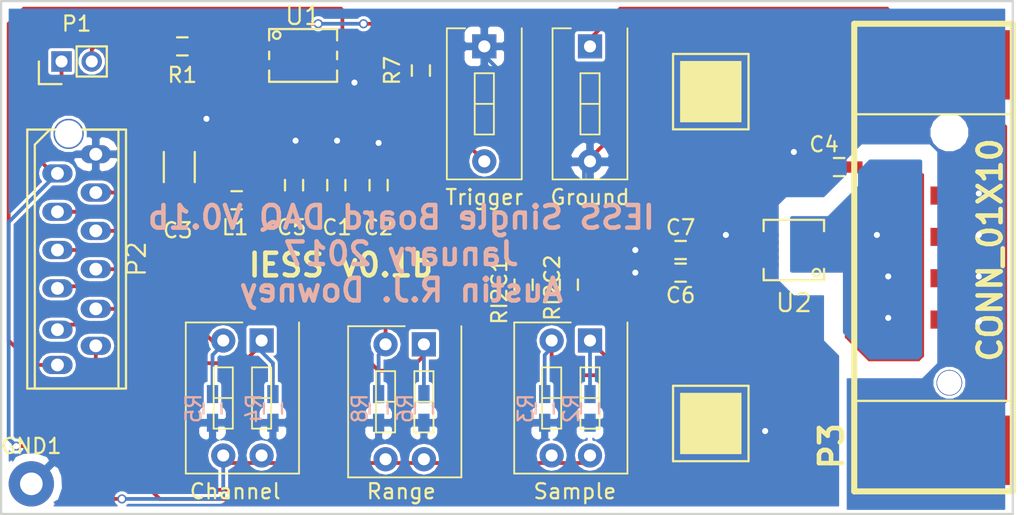
<source format=kicad_pcb>
(kicad_pcb (version 4) (host pcbnew 4.0.4+e1-6308~48~ubuntu14.04.1-stable)

  (general
    (links 72)
    (no_connects 1)
    (area 149.924999 88.924999 217.075001 123.075001)
    (thickness 1.6)
    (drawings 7)
    (tracks 307)
    (zones 0)
    (modules 31)
    (nets 23)
  )

  (page A4)
  (layers
    (0 F.Cu signal)
    (31 B.Cu signal)
    (32 B.Adhes user hide)
    (33 F.Adhes user hide)
    (34 B.Paste user hide)
    (35 F.Paste user hide)
    (36 B.SilkS user hide)
    (37 F.SilkS user hide)
    (38 B.Mask user hide)
    (39 F.Mask user hide)
    (40 Dwgs.User user hide)
    (41 Cmts.User user hide)
    (42 Eco1.User user hide)
    (43 Eco2.User user hide)
    (44 Edge.Cuts user)
    (45 Margin user hide)
    (46 B.CrtYd user hide)
    (47 F.CrtYd user hide)
    (48 B.Fab user hide)
    (49 F.Fab user hide)
  )

  (setup
    (last_trace_width 0.25)
    (trace_clearance 0.2)
    (zone_clearance 0.2)
    (zone_45_only yes)
    (trace_min 0.2)
    (segment_width 0.2)
    (edge_width 0.15)
    (via_size 0.6)
    (via_drill 0.4)
    (via_min_size 0.4)
    (via_min_drill 0.3)
    (uvia_size 0.3)
    (uvia_drill 0.1)
    (uvias_allowed no)
    (uvia_min_size 0.2)
    (uvia_min_drill 0.1)
    (pcb_text_width 0.3)
    (pcb_text_size 1.5 1.5)
    (mod_edge_width 0.15)
    (mod_text_size 1 1)
    (mod_text_width 0.15)
    (pad_size 4.064 4.064)
    (pad_drill 0)
    (pad_to_mask_clearance 0.2)
    (aux_axis_origin 0 0)
    (visible_elements FFFFFF7F)
    (pcbplotparams
      (layerselection 0x010f0_80000001)
      (usegerberextensions false)
      (excludeedgelayer true)
      (linewidth 0.100000)
      (plotframeref false)
      (viasonmask false)
      (mode 1)
      (useauxorigin false)
      (hpglpennumber 1)
      (hpglpenspeed 20)
      (hpglpendiameter 15)
      (hpglpenoverlay 2)
      (psnegative false)
      (psa4output false)
      (plotreference true)
      (plotvalue true)
      (plotinvisibletext false)
      (padsonsilk false)
      (subtractmaskfromsilk false)
      (outputformat 1)
      (mirror false)
      (drillshape 0)
      (scaleselection 1)
      (outputdirectory Gerber/))
  )

  (net 0 "")
  (net 1 +3V3)
  (net 2 GNDA)
  (net 3 "Net-(C4-Pad1)")
  (net 4 "Net-(P1-Pad1)")
  (net 5 "Net-(P1-Pad2)")
  (net 6 +5V)
  (net 7 SDA)
  (net 8 SCL)
  (net 9 "Net-(P2-Pad6)")
  (net 10 "Net-(P2-Pad7)")
  (net 11 "Net-(P2-Pad8)")
  (net 12 "Net-(P2-Pad9)")
  (net 13 "Net-(P2-Pad10)")
  (net 14 "Net-(P2-Pad11)")
  (net 15 trigger)
  (net 16 "Net-(P3-Pad10)")
  (net 17 "Net-(R1-Pad1)")
  (net 18 "Net-(U2-Pad6)")
  (net 19 "Net-(P3-Pad7)")
  (net 20 "Net-(P3-Pad5)")
  (net 21 "Net-(P3-Pad3)")
  (net 22 "Net-(P3-Pad1)")

  (net_class Default "This is the default net class."
    (clearance 0.2)
    (trace_width 0.25)
    (via_dia 0.6)
    (via_drill 0.4)
    (uvia_dia 0.3)
    (uvia_drill 0.1)
    (add_net +3V3)
    (add_net +5V)
    (add_net GNDA)
    (add_net "Net-(C4-Pad1)")
    (add_net "Net-(P1-Pad1)")
    (add_net "Net-(P1-Pad2)")
    (add_net "Net-(P2-Pad10)")
    (add_net "Net-(P2-Pad11)")
    (add_net "Net-(P2-Pad6)")
    (add_net "Net-(P2-Pad7)")
    (add_net "Net-(P2-Pad8)")
    (add_net "Net-(P2-Pad9)")
    (add_net "Net-(P3-Pad1)")
    (add_net "Net-(P3-Pad10)")
    (add_net "Net-(P3-Pad3)")
    (add_net "Net-(P3-Pad5)")
    (add_net "Net-(P3-Pad7)")
    (add_net "Net-(R1-Pad1)")
    (add_net "Net-(U2-Pad6)")
    (add_net SCL)
    (add_net SDA)
    (add_net trigger)
  )

  (module Capacitors_SMD:C_0603_HandSoldering (layer F.Cu) (tedit 5801FC33) (tstamp 57FA6A3A)
    (at 172.2 101.2 90)
    (descr "Capacitor SMD 0603, hand soldering")
    (tags "capacitor 0603")
    (path /57FAB003)
    (attr smd)
    (fp_text reference C1 (at -2.8 0.05 360) (layer F.SilkS)
      (effects (font (size 1 1) (thickness 0.15)))
    )
    (fp_text value 1uF (at 3.95 0.05 270) (layer F.Fab)
      (effects (font (size 1 1) (thickness 0.15)))
    )
    (fp_line (start -0.8 0.4) (end -0.8 -0.4) (layer F.Fab) (width 0.15))
    (fp_line (start 0.8 0.4) (end -0.8 0.4) (layer F.Fab) (width 0.15))
    (fp_line (start 0.8 -0.4) (end 0.8 0.4) (layer F.Fab) (width 0.15))
    (fp_line (start -0.8 -0.4) (end 0.8 -0.4) (layer F.Fab) (width 0.15))
    (fp_line (start -1.85 -0.75) (end 1.85 -0.75) (layer F.CrtYd) (width 0.05))
    (fp_line (start -1.85 0.75) (end 1.85 0.75) (layer F.CrtYd) (width 0.05))
    (fp_line (start -1.85 -0.75) (end -1.85 0.75) (layer F.CrtYd) (width 0.05))
    (fp_line (start 1.85 -0.75) (end 1.85 0.75) (layer F.CrtYd) (width 0.05))
    (fp_line (start -0.35 -0.6) (end 0.35 -0.6) (layer F.SilkS) (width 0.15))
    (fp_line (start 0.35 0.6) (end -0.35 0.6) (layer F.SilkS) (width 0.15))
    (pad 1 smd rect (at -0.95 0 90) (size 1.2 0.75) (layers F.Cu F.Paste F.Mask)
      (net 1 +3V3))
    (pad 2 smd rect (at 0.95 0 90) (size 1.2 0.75) (layers F.Cu F.Paste F.Mask)
      (net 2 GNDA))
    (model Capacitors_SMD.3dshapes/C_0603_HandSoldering.wrl
      (at (xyz 0 0 0))
      (scale (xyz 1 1 1))
      (rotate (xyz 0 0 0))
    )
  )

  (module Capacitors_SMD:C_0603_HandSoldering (layer F.Cu) (tedit 5801FC3D) (tstamp 57FA6A4A)
    (at 175 101.2 90)
    (descr "Capacitor SMD 0603, hand soldering")
    (tags "capacitor 0603")
    (path /57FAB325)
    (attr smd)
    (fp_text reference C2 (at -2.8 0 180) (layer F.SilkS)
      (effects (font (size 1 1) (thickness 0.15)))
    )
    (fp_text value 0.1uF (at 3.95 0.25 90) (layer F.Fab)
      (effects (font (size 1 1) (thickness 0.15)))
    )
    (fp_line (start -0.8 0.4) (end -0.8 -0.4) (layer F.Fab) (width 0.15))
    (fp_line (start 0.8 0.4) (end -0.8 0.4) (layer F.Fab) (width 0.15))
    (fp_line (start 0.8 -0.4) (end 0.8 0.4) (layer F.Fab) (width 0.15))
    (fp_line (start -0.8 -0.4) (end 0.8 -0.4) (layer F.Fab) (width 0.15))
    (fp_line (start -1.85 -0.75) (end 1.85 -0.75) (layer F.CrtYd) (width 0.05))
    (fp_line (start -1.85 0.75) (end 1.85 0.75) (layer F.CrtYd) (width 0.05))
    (fp_line (start -1.85 -0.75) (end -1.85 0.75) (layer F.CrtYd) (width 0.05))
    (fp_line (start 1.85 -0.75) (end 1.85 0.75) (layer F.CrtYd) (width 0.05))
    (fp_line (start -0.35 -0.6) (end 0.35 -0.6) (layer F.SilkS) (width 0.15))
    (fp_line (start 0.35 0.6) (end -0.35 0.6) (layer F.SilkS) (width 0.15))
    (pad 1 smd rect (at -0.95 0 90) (size 1.2 0.75) (layers F.Cu F.Paste F.Mask)
      (net 1 +3V3))
    (pad 2 smd rect (at 0.95 0 90) (size 1.2 0.75) (layers F.Cu F.Paste F.Mask)
      (net 2 GNDA))
    (model Capacitors_SMD.3dshapes/C_0603_HandSoldering.wrl
      (at (xyz 0 0 0))
      (scale (xyz 1 1 1))
      (rotate (xyz 0 0 0))
    )
  )

  (module Capacitors_SMD:C_0603_HandSoldering (layer F.Cu) (tedit 586D73AD) (tstamp 57FA6A6A)
    (at 205.5 100 180)
    (descr "Capacitor SMD 0603, hand soldering")
    (tags "capacitor 0603")
    (path /57FABCA3)
    (attr smd)
    (fp_text reference C4 (at 1 1.5 180) (layer F.SilkS)
      (effects (font (size 1 1) (thickness 0.15)))
    )
    (fp_text value 51pF (at 0 1.9 180) (layer F.Fab)
      (effects (font (size 1 1) (thickness 0.15)))
    )
    (fp_line (start -0.8 0.4) (end -0.8 -0.4) (layer F.Fab) (width 0.15))
    (fp_line (start 0.8 0.4) (end -0.8 0.4) (layer F.Fab) (width 0.15))
    (fp_line (start 0.8 -0.4) (end 0.8 0.4) (layer F.Fab) (width 0.15))
    (fp_line (start -0.8 -0.4) (end 0.8 -0.4) (layer F.Fab) (width 0.15))
    (fp_line (start -1.85 -0.75) (end 1.85 -0.75) (layer F.CrtYd) (width 0.05))
    (fp_line (start -1.85 0.75) (end 1.85 0.75) (layer F.CrtYd) (width 0.05))
    (fp_line (start -1.85 -0.75) (end -1.85 0.75) (layer F.CrtYd) (width 0.05))
    (fp_line (start 1.85 -0.75) (end 1.85 0.75) (layer F.CrtYd) (width 0.05))
    (fp_line (start -0.35 -0.6) (end 0.35 -0.6) (layer F.SilkS) (width 0.15))
    (fp_line (start 0.35 0.6) (end -0.35 0.6) (layer F.SilkS) (width 0.15))
    (pad 1 smd rect (at -0.95 0 180) (size 1.2 0.75) (layers F.Cu F.Paste F.Mask)
      (net 3 "Net-(C4-Pad1)"))
    (pad 2 smd rect (at 0.95 0 180) (size 1.2 0.75) (layers F.Cu F.Paste F.Mask)
      (net 2 GNDA))
    (model Capacitors_SMD.3dshapes/C_0603_HandSoldering.wrl
      (at (xyz 0 0 0))
      (scale (xyz 1 1 1))
      (rotate (xyz 0 0 0))
    )
  )

  (module Capacitors_SMD:C_0603_HandSoldering (layer F.Cu) (tedit 5801FC37) (tstamp 57FA6A7A)
    (at 169.4 101.2 90)
    (descr "Capacitor SMD 0603, hand soldering")
    (tags "capacitor 0603")
    (path /57FA9701)
    (attr smd)
    (fp_text reference C5 (at -2.8 -0.15 180) (layer F.SilkS)
      (effects (font (size 1 1) (thickness 0.15)))
    )
    (fp_text value 10uF (at 3.95 0.1 270) (layer F.Fab)
      (effects (font (size 1 1) (thickness 0.15)))
    )
    (fp_line (start -0.8 0.4) (end -0.8 -0.4) (layer F.Fab) (width 0.15))
    (fp_line (start 0.8 0.4) (end -0.8 0.4) (layer F.Fab) (width 0.15))
    (fp_line (start 0.8 -0.4) (end 0.8 0.4) (layer F.Fab) (width 0.15))
    (fp_line (start -0.8 -0.4) (end 0.8 -0.4) (layer F.Fab) (width 0.15))
    (fp_line (start -1.85 -0.75) (end 1.85 -0.75) (layer F.CrtYd) (width 0.05))
    (fp_line (start -1.85 0.75) (end 1.85 0.75) (layer F.CrtYd) (width 0.05))
    (fp_line (start -1.85 -0.75) (end -1.85 0.75) (layer F.CrtYd) (width 0.05))
    (fp_line (start 1.85 -0.75) (end 1.85 0.75) (layer F.CrtYd) (width 0.05))
    (fp_line (start -0.35 -0.6) (end 0.35 -0.6) (layer F.SilkS) (width 0.15))
    (fp_line (start 0.35 0.6) (end -0.35 0.6) (layer F.SilkS) (width 0.15))
    (pad 1 smd rect (at -0.95 0 90) (size 1.2 0.75) (layers F.Cu F.Paste F.Mask)
      (net 1 +3V3))
    (pad 2 smd rect (at 0.95 0 90) (size 1.2 0.75) (layers F.Cu F.Paste F.Mask)
      (net 2 GNDA))
    (model Capacitors_SMD.3dshapes/C_0603_HandSoldering.wrl
      (at (xyz 0 0 0))
      (scale (xyz 1 1 1))
      (rotate (xyz 0 0 0))
    )
  )

  (module Capacitors_SMD:C_0603_HandSoldering (layer F.Cu) (tedit 586D7395) (tstamp 57FA6A8A)
    (at 195 107 180)
    (descr "Capacitor SMD 0603, hand soldering")
    (tags "capacitor 0603")
    (path /57FA977B)
    (attr smd)
    (fp_text reference C6 (at 0 -1.5 180) (layer F.SilkS)
      (effects (font (size 1 1) (thickness 0.15)))
    )
    (fp_text value 1uF (at 3.25 0 180) (layer F.Fab)
      (effects (font (size 1 1) (thickness 0.15)))
    )
    (fp_line (start -0.8 0.4) (end -0.8 -0.4) (layer F.Fab) (width 0.15))
    (fp_line (start 0.8 0.4) (end -0.8 0.4) (layer F.Fab) (width 0.15))
    (fp_line (start 0.8 -0.4) (end 0.8 0.4) (layer F.Fab) (width 0.15))
    (fp_line (start -0.8 -0.4) (end 0.8 -0.4) (layer F.Fab) (width 0.15))
    (fp_line (start -1.85 -0.75) (end 1.85 -0.75) (layer F.CrtYd) (width 0.05))
    (fp_line (start -1.85 0.75) (end 1.85 0.75) (layer F.CrtYd) (width 0.05))
    (fp_line (start -1.85 -0.75) (end -1.85 0.75) (layer F.CrtYd) (width 0.05))
    (fp_line (start 1.85 -0.75) (end 1.85 0.75) (layer F.CrtYd) (width 0.05))
    (fp_line (start -0.35 -0.6) (end 0.35 -0.6) (layer F.SilkS) (width 0.15))
    (fp_line (start 0.35 0.6) (end -0.35 0.6) (layer F.SilkS) (width 0.15))
    (pad 1 smd rect (at -0.95 0 180) (size 1.2 0.75) (layers F.Cu F.Paste F.Mask)
      (net 1 +3V3))
    (pad 2 smd rect (at 0.95 0 180) (size 1.2 0.75) (layers F.Cu F.Paste F.Mask)
      (net 2 GNDA))
    (model Capacitors_SMD.3dshapes/C_0603_HandSoldering.wrl
      (at (xyz 0 0 0))
      (scale (xyz 1 1 1))
      (rotate (xyz 0 0 0))
    )
  )

  (module Capacitors_SMD:C_0603_HandSoldering (layer F.Cu) (tedit 586D7391) (tstamp 57FA6A9A)
    (at 195 105.5 180)
    (descr "Capacitor SMD 0603, hand soldering")
    (tags "capacitor 0603")
    (path /57FA97DE)
    (attr smd)
    (fp_text reference C7 (at 0 1.5 180) (layer F.SilkS)
      (effects (font (size 1 1) (thickness 0.15)))
    )
    (fp_text value 0.1uF (at 3.75 0 180) (layer F.Fab)
      (effects (font (size 1 1) (thickness 0.15)))
    )
    (fp_line (start -0.8 0.4) (end -0.8 -0.4) (layer F.Fab) (width 0.15))
    (fp_line (start 0.8 0.4) (end -0.8 0.4) (layer F.Fab) (width 0.15))
    (fp_line (start 0.8 -0.4) (end 0.8 0.4) (layer F.Fab) (width 0.15))
    (fp_line (start -0.8 -0.4) (end 0.8 -0.4) (layer F.Fab) (width 0.15))
    (fp_line (start -1.85 -0.75) (end 1.85 -0.75) (layer F.CrtYd) (width 0.05))
    (fp_line (start -1.85 0.75) (end 1.85 0.75) (layer F.CrtYd) (width 0.05))
    (fp_line (start -1.85 -0.75) (end -1.85 0.75) (layer F.CrtYd) (width 0.05))
    (fp_line (start 1.85 -0.75) (end 1.85 0.75) (layer F.CrtYd) (width 0.05))
    (fp_line (start -0.35 -0.6) (end 0.35 -0.6) (layer F.SilkS) (width 0.15))
    (fp_line (start 0.35 0.6) (end -0.35 0.6) (layer F.SilkS) (width 0.15))
    (pad 1 smd rect (at -0.95 0 180) (size 1.2 0.75) (layers F.Cu F.Paste F.Mask)
      (net 1 +3V3))
    (pad 2 smd rect (at 0.95 0 180) (size 1.2 0.75) (layers F.Cu F.Paste F.Mask)
      (net 2 GNDA))
    (model Capacitors_SMD.3dshapes/C_0603_HandSoldering.wrl
      (at (xyz 0 0 0))
      (scale (xyz 1 1 1))
      (rotate (xyz 0 0 0))
    )
  )

  (module Capacitors_SMD:C_0603_HandSoldering (layer F.Cu) (tedit 5801FC1E) (tstamp 57FA6AAA)
    (at 165.6 102.2)
    (descr "Capacitor SMD 0603, hand soldering")
    (tags "capacitor 0603")
    (path /57FA9608)
    (attr smd)
    (fp_text reference L1 (at -0.1 1.8) (layer F.SilkS)
      (effects (font (size 1 1) (thickness 0.15)))
    )
    (fp_text value 1uH (at 0.3 -1.8) (layer F.Fab)
      (effects (font (size 1 1) (thickness 0.15)))
    )
    (fp_line (start -0.8 0.4) (end -0.8 -0.4) (layer F.Fab) (width 0.15))
    (fp_line (start 0.8 0.4) (end -0.8 0.4) (layer F.Fab) (width 0.15))
    (fp_line (start 0.8 -0.4) (end 0.8 0.4) (layer F.Fab) (width 0.15))
    (fp_line (start -0.8 -0.4) (end 0.8 -0.4) (layer F.Fab) (width 0.15))
    (fp_line (start -1.85 -0.75) (end 1.85 -0.75) (layer F.CrtYd) (width 0.05))
    (fp_line (start -1.85 0.75) (end 1.85 0.75) (layer F.CrtYd) (width 0.05))
    (fp_line (start -1.85 -0.75) (end -1.85 0.75) (layer F.CrtYd) (width 0.05))
    (fp_line (start 1.85 -0.75) (end 1.85 0.75) (layer F.CrtYd) (width 0.05))
    (fp_line (start -0.35 -0.6) (end 0.35 -0.6) (layer F.SilkS) (width 0.15))
    (fp_line (start 0.35 0.6) (end -0.35 0.6) (layer F.SilkS) (width 0.15))
    (pad 1 smd rect (at -0.95 0) (size 1.2 0.75) (layers F.Cu F.Paste F.Mask)
      (net 1 +3V3))
    (pad 2 smd rect (at 0.95 0) (size 1.2 0.75) (layers F.Cu F.Paste F.Mask)
      (net 1 +3V3))
    (model Capacitors_SMD.3dshapes/C_0603_HandSoldering.wrl
      (at (xyz 0 0 0))
      (scale (xyz 1 1 1))
      (rotate (xyz 0 0 0))
    )
  )

  (module Pin_Headers:Pin_Header_Straight_1x02_Pitch2.00mm (layer F.Cu) (tedit 5801FC5C) (tstamp 57FA6ABA)
    (at 154 93 90)
    (descr "Through hole pin header, 1x02, 2.00mm pitch, single row")
    (tags "pin header single row")
    (path /57FA0621)
    (fp_text reference P1 (at 2.5 1 180) (layer F.SilkS)
      (effects (font (size 1 1) (thickness 0.15)))
    )
    (fp_text value CONN_01X02 (at -1.75 -3.25 90) (layer F.Fab)
      (effects (font (size 1 1) (thickness 0.15)))
    )
    (fp_line (start -1 1) (end 1 1) (layer F.SilkS) (width 0.15))
    (fp_line (start 1 1) (end 1 3) (layer F.SilkS) (width 0.15))
    (fp_line (start 1 3) (end -1 3) (layer F.SilkS) (width 0.15))
    (fp_line (start -1 3) (end -1 1) (layer F.SilkS) (width 0.15))
    (fp_line (start -1.6 -1.6) (end 1.6 -1.6) (layer F.CrtYd) (width 0.05))
    (fp_line (start 1.6 -1.6) (end 1.6 3.6) (layer F.CrtYd) (width 0.05))
    (fp_line (start 1.6 3.6) (end -1.6 3.6) (layer F.CrtYd) (width 0.05))
    (fp_line (start -1.6 3.6) (end -1.6 -1.6) (layer F.CrtYd) (width 0.05))
    (fp_line (start -1.5 0) (end -1.5 -1.5) (layer F.SilkS) (width 0.15))
    (fp_line (start -1.5 -1.5) (end 0 -1.5) (layer F.SilkS) (width 0.15))
    (pad 1 thru_hole rect (at 0 0 90) (size 1.35 1.35) (drill 0.8) (layers *.Cu *.Mask)
      (net 4 "Net-(P1-Pad1)"))
    (pad 2 thru_hole circle (at 0 2 90) (size 1.35 1.35) (drill 0.8) (layers *.Cu *.Mask)
      (net 5 "Net-(P1-Pad2)"))
    (model Pin_Headers.3dshapes/Pin_Header_Straight_1x02_Pitch2.00mm.wrl
      (at (xyz 0 0 0))
      (scale (xyz 1 1 1))
      (rotate (xyz 0 0 0))
    )
  )

  (module Capacitors_SMD:C_0603_HandSoldering (layer F.Cu) (tedit 541A9B4D) (tstamp 57FA6B14)
    (at 162 92 180)
    (descr "Capacitor SMD 0603, hand soldering")
    (tags "capacitor 0603")
    (path /57FA0735)
    (attr smd)
    (fp_text reference R1 (at 0 -1.9 180) (layer F.SilkS)
      (effects (font (size 1 1) (thickness 0.15)))
    )
    (fp_text value 0k1 (at 0 1.9 180) (layer F.Fab)
      (effects (font (size 1 1) (thickness 0.15)))
    )
    (fp_line (start -0.8 0.4) (end -0.8 -0.4) (layer F.Fab) (width 0.15))
    (fp_line (start 0.8 0.4) (end -0.8 0.4) (layer F.Fab) (width 0.15))
    (fp_line (start 0.8 -0.4) (end 0.8 0.4) (layer F.Fab) (width 0.15))
    (fp_line (start -0.8 -0.4) (end 0.8 -0.4) (layer F.Fab) (width 0.15))
    (fp_line (start -1.85 -0.75) (end 1.85 -0.75) (layer F.CrtYd) (width 0.05))
    (fp_line (start -1.85 0.75) (end 1.85 0.75) (layer F.CrtYd) (width 0.05))
    (fp_line (start -1.85 -0.75) (end -1.85 0.75) (layer F.CrtYd) (width 0.05))
    (fp_line (start 1.85 -0.75) (end 1.85 0.75) (layer F.CrtYd) (width 0.05))
    (fp_line (start -0.35 -0.6) (end 0.35 -0.6) (layer F.SilkS) (width 0.15))
    (fp_line (start 0.35 0.6) (end -0.35 0.6) (layer F.SilkS) (width 0.15))
    (pad 1 smd rect (at -0.95 0 180) (size 1.2 0.75) (layers F.Cu F.Paste F.Mask)
      (net 17 "Net-(R1-Pad1)"))
    (pad 2 smd rect (at 0.95 0 180) (size 1.2 0.75) (layers F.Cu F.Paste F.Mask)
      (net 5 "Net-(P1-Pad2)"))
    (model Capacitors_SMD.3dshapes/C_0603_HandSoldering.wrl
      (at (xyz 0 0 0))
      (scale (xyz 1 1 1))
      (rotate (xyz 0 0 0))
    )
  )

  (module Capacitors_SMD:C_0603_HandSoldering (layer B.Cu) (tedit 58033A10) (tstamp 57FA6B24)
    (at 189 116 270)
    (descr "Capacitor SMD 0603, hand soldering")
    (tags "capacitor 0603")
    (path /57FA222C)
    (attr smd)
    (fp_text reference R2 (at 0 1.25 270) (layer B.SilkS)
      (effects (font (size 1 1) (thickness 0.15)) (justify mirror))
    )
    (fp_text value 10k (at 0 -1.9 270) (layer B.Fab)
      (effects (font (size 1 1) (thickness 0.15)) (justify mirror))
    )
    (fp_line (start -0.8 -0.4) (end -0.8 0.4) (layer B.Fab) (width 0.15))
    (fp_line (start 0.8 -0.4) (end -0.8 -0.4) (layer B.Fab) (width 0.15))
    (fp_line (start 0.8 0.4) (end 0.8 -0.4) (layer B.Fab) (width 0.15))
    (fp_line (start -0.8 0.4) (end 0.8 0.4) (layer B.Fab) (width 0.15))
    (fp_line (start -1.85 0.75) (end 1.85 0.75) (layer B.CrtYd) (width 0.05))
    (fp_line (start -1.85 -0.75) (end 1.85 -0.75) (layer B.CrtYd) (width 0.05))
    (fp_line (start -1.85 0.75) (end -1.85 -0.75) (layer B.CrtYd) (width 0.05))
    (fp_line (start 1.85 0.75) (end 1.85 -0.75) (layer B.CrtYd) (width 0.05))
    (fp_line (start -0.35 0.6) (end 0.35 0.6) (layer B.SilkS) (width 0.15))
    (fp_line (start 0.35 -0.6) (end -0.35 -0.6) (layer B.SilkS) (width 0.15))
    (pad 1 smd rect (at -0.95 0 270) (size 1.2 0.75) (layers B.Cu B.Paste B.Mask)
      (net 14 "Net-(P2-Pad11)"))
    (pad 2 smd rect (at 0.95 0 270) (size 1.2 0.75) (layers B.Cu B.Paste B.Mask)
      (net 2 GNDA))
    (model Capacitors_SMD.3dshapes/C_0603_HandSoldering.wrl
      (at (xyz 0 0 0))
      (scale (xyz 1 1 1))
      (rotate (xyz 0 0 0))
    )
  )

  (module Capacitors_SMD:C_0603_HandSoldering (layer B.Cu) (tedit 58033A0A) (tstamp 57FA6B34)
    (at 186 116 270)
    (descr "Capacitor SMD 0603, hand soldering")
    (tags "capacitor 0603")
    (path /57FA2141)
    (attr smd)
    (fp_text reference R3 (at 0 1.25 270) (layer B.SilkS)
      (effects (font (size 1 1) (thickness 0.15)) (justify mirror))
    )
    (fp_text value 10k (at 0 -1.9 270) (layer B.Fab)
      (effects (font (size 1 1) (thickness 0.15)) (justify mirror))
    )
    (fp_line (start -0.8 -0.4) (end -0.8 0.4) (layer B.Fab) (width 0.15))
    (fp_line (start 0.8 -0.4) (end -0.8 -0.4) (layer B.Fab) (width 0.15))
    (fp_line (start 0.8 0.4) (end 0.8 -0.4) (layer B.Fab) (width 0.15))
    (fp_line (start -0.8 0.4) (end 0.8 0.4) (layer B.Fab) (width 0.15))
    (fp_line (start -1.85 0.75) (end 1.85 0.75) (layer B.CrtYd) (width 0.05))
    (fp_line (start -1.85 -0.75) (end 1.85 -0.75) (layer B.CrtYd) (width 0.05))
    (fp_line (start -1.85 0.75) (end -1.85 -0.75) (layer B.CrtYd) (width 0.05))
    (fp_line (start 1.85 0.75) (end 1.85 -0.75) (layer B.CrtYd) (width 0.05))
    (fp_line (start -0.35 0.6) (end 0.35 0.6) (layer B.SilkS) (width 0.15))
    (fp_line (start 0.35 -0.6) (end -0.35 -0.6) (layer B.SilkS) (width 0.15))
    (pad 1 smd rect (at -0.95 0 270) (size 1.2 0.75) (layers B.Cu B.Paste B.Mask)
      (net 13 "Net-(P2-Pad10)"))
    (pad 2 smd rect (at 0.95 0 270) (size 1.2 0.75) (layers B.Cu B.Paste B.Mask)
      (net 2 GNDA))
    (model Capacitors_SMD.3dshapes/C_0603_HandSoldering.wrl
      (at (xyz 0 0 0))
      (scale (xyz 1 1 1))
      (rotate (xyz 0 0 0))
    )
  )

  (module Capacitors_SMD:C_0603_HandSoldering (layer B.Cu) (tedit 580339FA) (tstamp 57FA6B44)
    (at 168 116 270)
    (descr "Capacitor SMD 0603, hand soldering")
    (tags "capacitor 0603")
    (path /57FA20F1)
    (attr smd)
    (fp_text reference R4 (at 0 1.25 270) (layer B.SilkS)
      (effects (font (size 1 1) (thickness 0.15)) (justify mirror))
    )
    (fp_text value 10k (at 0 -1.9 270) (layer B.Fab)
      (effects (font (size 1 1) (thickness 0.15)) (justify mirror))
    )
    (fp_line (start -0.8 -0.4) (end -0.8 0.4) (layer B.Fab) (width 0.15))
    (fp_line (start 0.8 -0.4) (end -0.8 -0.4) (layer B.Fab) (width 0.15))
    (fp_line (start 0.8 0.4) (end 0.8 -0.4) (layer B.Fab) (width 0.15))
    (fp_line (start -0.8 0.4) (end 0.8 0.4) (layer B.Fab) (width 0.15))
    (fp_line (start -1.85 0.75) (end 1.85 0.75) (layer B.CrtYd) (width 0.05))
    (fp_line (start -1.85 -0.75) (end 1.85 -0.75) (layer B.CrtYd) (width 0.05))
    (fp_line (start -1.85 0.75) (end -1.85 -0.75) (layer B.CrtYd) (width 0.05))
    (fp_line (start 1.85 0.75) (end 1.85 -0.75) (layer B.CrtYd) (width 0.05))
    (fp_line (start -0.35 0.6) (end 0.35 0.6) (layer B.SilkS) (width 0.15))
    (fp_line (start 0.35 -0.6) (end -0.35 -0.6) (layer B.SilkS) (width 0.15))
    (pad 1 smd rect (at -0.95 0 270) (size 1.2 0.75) (layers B.Cu B.Paste B.Mask)
      (net 12 "Net-(P2-Pad9)"))
    (pad 2 smd rect (at 0.95 0 270) (size 1.2 0.75) (layers B.Cu B.Paste B.Mask)
      (net 2 GNDA))
    (model Capacitors_SMD.3dshapes/C_0603_HandSoldering.wrl
      (at (xyz 0 0 0))
      (scale (xyz 1 1 1))
      (rotate (xyz 0 0 0))
    )
  )

  (module Capacitors_SMD:C_0603_HandSoldering (layer B.Cu) (tedit 580339F3) (tstamp 57FA6B54)
    (at 164 116 270)
    (descr "Capacitor SMD 0603, hand soldering")
    (tags "capacitor 0603")
    (path /57FA20A4)
    (attr smd)
    (fp_text reference R5 (at 0 1.25 450) (layer B.SilkS)
      (effects (font (size 1 1) (thickness 0.15)) (justify mirror))
    )
    (fp_text value 10k (at 0 -1.9 270) (layer B.Fab)
      (effects (font (size 1 1) (thickness 0.15)) (justify mirror))
    )
    (fp_line (start -0.8 -0.4) (end -0.8 0.4) (layer B.Fab) (width 0.15))
    (fp_line (start 0.8 -0.4) (end -0.8 -0.4) (layer B.Fab) (width 0.15))
    (fp_line (start 0.8 0.4) (end 0.8 -0.4) (layer B.Fab) (width 0.15))
    (fp_line (start -0.8 0.4) (end 0.8 0.4) (layer B.Fab) (width 0.15))
    (fp_line (start -1.85 0.75) (end 1.85 0.75) (layer B.CrtYd) (width 0.05))
    (fp_line (start -1.85 -0.75) (end 1.85 -0.75) (layer B.CrtYd) (width 0.05))
    (fp_line (start -1.85 0.75) (end -1.85 -0.75) (layer B.CrtYd) (width 0.05))
    (fp_line (start 1.85 0.75) (end 1.85 -0.75) (layer B.CrtYd) (width 0.05))
    (fp_line (start -0.35 0.6) (end 0.35 0.6) (layer B.SilkS) (width 0.15))
    (fp_line (start 0.35 -0.6) (end -0.35 -0.6) (layer B.SilkS) (width 0.15))
    (pad 1 smd rect (at -0.95 0 270) (size 1.2 0.75) (layers B.Cu B.Paste B.Mask)
      (net 11 "Net-(P2-Pad8)"))
    (pad 2 smd rect (at 0.95 0 270) (size 1.2 0.75) (layers B.Cu B.Paste B.Mask)
      (net 2 GNDA))
    (model Capacitors_SMD.3dshapes/C_0603_HandSoldering.wrl
      (at (xyz 0 0 0))
      (scale (xyz 1 1 1))
      (rotate (xyz 0 0 0))
    )
  )

  (module Capacitors_SMD:C_0603_HandSoldering (layer B.Cu) (tedit 58033A04) (tstamp 57FA6B64)
    (at 178 116 270)
    (descr "Capacitor SMD 0603, hand soldering")
    (tags "capacitor 0603")
    (path /57FA1675)
    (attr smd)
    (fp_text reference R6 (at 0 1.25 270) (layer B.SilkS)
      (effects (font (size 1 1) (thickness 0.15)) (justify mirror))
    )
    (fp_text value 10k (at 0 -1.9 270) (layer B.Fab)
      (effects (font (size 1 1) (thickness 0.15)) (justify mirror))
    )
    (fp_line (start -0.8 -0.4) (end -0.8 0.4) (layer B.Fab) (width 0.15))
    (fp_line (start 0.8 -0.4) (end -0.8 -0.4) (layer B.Fab) (width 0.15))
    (fp_line (start 0.8 0.4) (end 0.8 -0.4) (layer B.Fab) (width 0.15))
    (fp_line (start -0.8 0.4) (end 0.8 0.4) (layer B.Fab) (width 0.15))
    (fp_line (start -1.85 0.75) (end 1.85 0.75) (layer B.CrtYd) (width 0.05))
    (fp_line (start -1.85 -0.75) (end 1.85 -0.75) (layer B.CrtYd) (width 0.05))
    (fp_line (start -1.85 0.75) (end -1.85 -0.75) (layer B.CrtYd) (width 0.05))
    (fp_line (start 1.85 0.75) (end 1.85 -0.75) (layer B.CrtYd) (width 0.05))
    (fp_line (start -0.35 0.6) (end 0.35 0.6) (layer B.SilkS) (width 0.15))
    (fp_line (start 0.35 -0.6) (end -0.35 -0.6) (layer B.SilkS) (width 0.15))
    (pad 1 smd rect (at -0.95 0 270) (size 1.2 0.75) (layers B.Cu B.Paste B.Mask)
      (net 10 "Net-(P2-Pad7)"))
    (pad 2 smd rect (at 0.95 0 270) (size 1.2 0.75) (layers B.Cu B.Paste B.Mask)
      (net 2 GNDA))
    (model Capacitors_SMD.3dshapes/C_0603_HandSoldering.wrl
      (at (xyz 0 0 0))
      (scale (xyz 1 1 1))
      (rotate (xyz 0 0 0))
    )
  )

  (module Capacitors_SMD:C_0603_HandSoldering (layer F.Cu) (tedit 541A9B4D) (tstamp 57FA6B74)
    (at 177.8 93.6 90)
    (descr "Capacitor SMD 0603, hand soldering")
    (tags "capacitor 0603")
    (path /57FA0A56)
    (attr smd)
    (fp_text reference R7 (at 0 -1.9 90) (layer F.SilkS)
      (effects (font (size 1 1) (thickness 0.15)))
    )
    (fp_text value 10k (at 0 1.9 90) (layer F.Fab)
      (effects (font (size 1 1) (thickness 0.15)))
    )
    (fp_line (start -0.8 0.4) (end -0.8 -0.4) (layer F.Fab) (width 0.15))
    (fp_line (start 0.8 0.4) (end -0.8 0.4) (layer F.Fab) (width 0.15))
    (fp_line (start 0.8 -0.4) (end 0.8 0.4) (layer F.Fab) (width 0.15))
    (fp_line (start -0.8 -0.4) (end 0.8 -0.4) (layer F.Fab) (width 0.15))
    (fp_line (start -1.85 -0.75) (end 1.85 -0.75) (layer F.CrtYd) (width 0.05))
    (fp_line (start -1.85 0.75) (end 1.85 0.75) (layer F.CrtYd) (width 0.05))
    (fp_line (start -1.85 -0.75) (end -1.85 0.75) (layer F.CrtYd) (width 0.05))
    (fp_line (start 1.85 -0.75) (end 1.85 0.75) (layer F.CrtYd) (width 0.05))
    (fp_line (start -0.35 -0.6) (end 0.35 -0.6) (layer F.SilkS) (width 0.15))
    (fp_line (start 0.35 0.6) (end -0.35 0.6) (layer F.SilkS) (width 0.15))
    (pad 1 smd rect (at -0.95 0 90) (size 1.2 0.75) (layers F.Cu F.Paste F.Mask)
      (net 6 +5V))
    (pad 2 smd rect (at 0.95 0 90) (size 1.2 0.75) (layers F.Cu F.Paste F.Mask)
      (net 15 trigger))
    (model Capacitors_SMD.3dshapes/C_0603_HandSoldering.wrl
      (at (xyz 0 0 0))
      (scale (xyz 1 1 1))
      (rotate (xyz 0 0 0))
    )
  )

  (module Capacitors_SMD:C_0603_HandSoldering (layer B.Cu) (tedit 58033A00) (tstamp 57FA6B84)
    (at 175 116 270)
    (descr "Capacitor SMD 0603, hand soldering")
    (tags "capacitor 0603")
    (path /57FA16D4)
    (attr smd)
    (fp_text reference R8 (at 0 1.25 270) (layer B.SilkS)
      (effects (font (size 1 1) (thickness 0.15)) (justify mirror))
    )
    (fp_text value 10k (at 0 -1.9 270) (layer B.Fab)
      (effects (font (size 1 1) (thickness 0.15)) (justify mirror))
    )
    (fp_line (start -0.8 -0.4) (end -0.8 0.4) (layer B.Fab) (width 0.15))
    (fp_line (start 0.8 -0.4) (end -0.8 -0.4) (layer B.Fab) (width 0.15))
    (fp_line (start 0.8 0.4) (end 0.8 -0.4) (layer B.Fab) (width 0.15))
    (fp_line (start -0.8 0.4) (end 0.8 0.4) (layer B.Fab) (width 0.15))
    (fp_line (start -1.85 0.75) (end 1.85 0.75) (layer B.CrtYd) (width 0.05))
    (fp_line (start -1.85 -0.75) (end 1.85 -0.75) (layer B.CrtYd) (width 0.05))
    (fp_line (start -1.85 0.75) (end -1.85 -0.75) (layer B.CrtYd) (width 0.05))
    (fp_line (start 1.85 0.75) (end 1.85 -0.75) (layer B.CrtYd) (width 0.05))
    (fp_line (start -0.35 0.6) (end 0.35 0.6) (layer B.SilkS) (width 0.15))
    (fp_line (start 0.35 -0.6) (end -0.35 -0.6) (layer B.SilkS) (width 0.15))
    (pad 1 smd rect (at -0.95 0 270) (size 1.2 0.75) (layers B.Cu B.Paste B.Mask)
      (net 9 "Net-(P2-Pad6)"))
    (pad 2 smd rect (at 0.95 0 270) (size 1.2 0.75) (layers B.Cu B.Paste B.Mask)
      (net 2 GNDA))
    (model Capacitors_SMD.3dshapes/C_0603_HandSoldering.wrl
      (at (xyz 0 0 0))
      (scale (xyz 1 1 1))
      (rotate (xyz 0 0 0))
    )
  )

  (module Capacitors_SMD:C_0603_HandSoldering (layer F.Cu) (tedit 5801FCD0) (tstamp 57FA6B94)
    (at 184.6 107.8 270)
    (descr "Capacitor SMD 0603, hand soldering")
    (tags "capacitor 0603")
    (path /57FA72A6)
    (attr smd)
    (fp_text reference RI2C1 (at 0.45 1.6 270) (layer F.SilkS)
      (effects (font (size 1 1) (thickness 0.15)))
    )
    (fp_text value 4k7 (at -3.05 2.35 270) (layer F.Fab)
      (effects (font (size 1 1) (thickness 0.15)))
    )
    (fp_line (start -0.8 0.4) (end -0.8 -0.4) (layer F.Fab) (width 0.15))
    (fp_line (start 0.8 0.4) (end -0.8 0.4) (layer F.Fab) (width 0.15))
    (fp_line (start 0.8 -0.4) (end 0.8 0.4) (layer F.Fab) (width 0.15))
    (fp_line (start -0.8 -0.4) (end 0.8 -0.4) (layer F.Fab) (width 0.15))
    (fp_line (start -1.85 -0.75) (end 1.85 -0.75) (layer F.CrtYd) (width 0.05))
    (fp_line (start -1.85 0.75) (end 1.85 0.75) (layer F.CrtYd) (width 0.05))
    (fp_line (start -1.85 -0.75) (end -1.85 0.75) (layer F.CrtYd) (width 0.05))
    (fp_line (start 1.85 -0.75) (end 1.85 0.75) (layer F.CrtYd) (width 0.05))
    (fp_line (start -0.35 -0.6) (end 0.35 -0.6) (layer F.SilkS) (width 0.15))
    (fp_line (start 0.35 0.6) (end -0.35 0.6) (layer F.SilkS) (width 0.15))
    (pad 1 smd rect (at -0.95 0 270) (size 1.2 0.75) (layers F.Cu F.Paste F.Mask)
      (net 1 +3V3))
    (pad 2 smd rect (at 0.95 0 270) (size 1.2 0.75) (layers F.Cu F.Paste F.Mask)
      (net 7 SDA))
    (model Capacitors_SMD.3dshapes/C_0603_HandSoldering.wrl
      (at (xyz 0 0 0))
      (scale (xyz 1 1 1))
      (rotate (xyz 0 0 0))
    )
  )

  (module Capacitors_SMD:C_0603_HandSoldering (layer F.Cu) (tedit 5801FCD2) (tstamp 57FA6BA4)
    (at 187.6 107.8 270)
    (descr "Capacitor SMD 0603, hand soldering")
    (tags "capacitor 0603")
    (path /57FA7321)
    (attr smd)
    (fp_text reference RI2C2 (at 0.2 1.1 270) (layer F.SilkS)
      (effects (font (size 1 1) (thickness 0.15)))
    )
    (fp_text value 4k7 (at -3.3 1.1 270) (layer F.Fab)
      (effects (font (size 1 1) (thickness 0.15)))
    )
    (fp_line (start -0.8 0.4) (end -0.8 -0.4) (layer F.Fab) (width 0.15))
    (fp_line (start 0.8 0.4) (end -0.8 0.4) (layer F.Fab) (width 0.15))
    (fp_line (start 0.8 -0.4) (end 0.8 0.4) (layer F.Fab) (width 0.15))
    (fp_line (start -0.8 -0.4) (end 0.8 -0.4) (layer F.Fab) (width 0.15))
    (fp_line (start -1.85 -0.75) (end 1.85 -0.75) (layer F.CrtYd) (width 0.05))
    (fp_line (start -1.85 0.75) (end 1.85 0.75) (layer F.CrtYd) (width 0.05))
    (fp_line (start -1.85 -0.75) (end -1.85 0.75) (layer F.CrtYd) (width 0.05))
    (fp_line (start 1.85 -0.75) (end 1.85 0.75) (layer F.CrtYd) (width 0.05))
    (fp_line (start -0.35 -0.6) (end 0.35 -0.6) (layer F.SilkS) (width 0.15))
    (fp_line (start 0.35 0.6) (end -0.35 0.6) (layer F.SilkS) (width 0.15))
    (pad 1 smd rect (at -0.95 0 270) (size 1.2 0.75) (layers F.Cu F.Paste F.Mask)
      (net 1 +3V3))
    (pad 2 smd rect (at 0.95 0 270) (size 1.2 0.75) (layers F.Cu F.Paste F.Mask)
      (net 8 SCL))
    (model Capacitors_SMD.3dshapes/C_0603_HandSoldering.wrl
      (at (xyz 0 0 0))
      (scale (xyz 1 1 1))
      (rotate (xyz 0 0 0))
    )
  )

  (module Downey:EL3H7 (layer F.Cu) (tedit 57FA4E39) (tstamp 57FA6C15)
    (at 170 92.6 270)
    (path /57FAE758)
    (fp_text reference U1 (at -2.635 0 360) (layer F.SilkS)
      (effects (font (size 1.2 1.2) (thickness 0.15)))
    )
    (fp_text value EL3H7 (at 3 0 360) (layer F.Fab)
      (effects (font (size 1.2 1.2) (thickness 0.15)))
    )
    (fp_circle (center -1.35 1.75) (end -1.1 1.75) (layer F.SilkS) (width 0.15))
    (fp_line (start 0.25 -2.25) (end -0.25 -2.25) (layer F.SilkS) (width 0.15))
    (fp_line (start 1 2.25) (end 1.5 2.25) (layer F.SilkS) (width 0.15))
    (fp_line (start 1.5 2.25) (end 1.75 2.25) (layer F.SilkS) (width 0.15))
    (fp_line (start 1.75 2.25) (end 1.75 -2.25) (layer F.SilkS) (width 0.15))
    (fp_line (start 1.75 -2.25) (end 1 -2.25) (layer F.SilkS) (width 0.15))
    (fp_line (start -0.25 2.25) (end 0.25 2.25) (layer F.SilkS) (width 0.15))
    (fp_line (start -1 -2.25) (end -1.75 -2.25) (layer F.SilkS) (width 0.15))
    (fp_line (start -1.75 -2.25) (end -1.75 2.25) (layer F.SilkS) (width 0.15))
    (fp_line (start -1.75 2.25) (end -1 2.25) (layer F.SilkS) (width 0.15))
    (pad 4 smd rect (at -0.635 -2.6 270) (size 0.6 2.5) (layers F.Cu F.Paste F.Mask)
      (net 15 trigger))
    (pad 1 smd rect (at -0.635 2.6 270) (size 0.6 2.5) (layers F.Cu F.Paste F.Mask)
      (net 17 "Net-(R1-Pad1)"))
    (pad 3 smd rect (at 0.635 -2.6 270) (size 0.6 2.5) (layers F.Cu F.Paste F.Mask)
      (net 2 GNDA))
    (pad 2 smd rect (at 0.635 2.6 270) (size 0.6 2.5) (layers F.Cu F.Paste F.Mask)
      (net 4 "Net-(P1-Pad1)"))
    (model /home/downey/KiKad_Libary_Downey/Downey/3D/walter/smd_dil/mfp-4.wrl
      (at (xyz 0 0 0))
      (scale (xyz 1 1 1))
      (rotate (xyz 0 0 0))
    )
  )

  (module Downey:SOIC_10_FDC1004 (layer F.Cu) (tedit 586D7397) (tstamp 57FA6C2D)
    (at 202.5 105.5 90)
    (path /57FA6132)
    (fp_text reference U2 (at -3.5 0 180) (layer F.SilkS)
      (effects (font (size 1.2 1.2) (thickness 0.15)))
    )
    (fp_text value FDC1004custom (at 3.5 -0.1 180) (layer F.Fab)
      (effects (font (size 1.2 1.2) (thickness 0.15)))
    )
    (fp_line (start 2 2) (end 2 -2) (layer F.SilkS) (width 0.15))
    (fp_line (start 2 -2) (end 1.75 -2) (layer F.SilkS) (width 0.15))
    (fp_line (start 2 2) (end 1.75 2) (layer F.SilkS) (width 0.15))
    (fp_circle (center -1.5 1.5) (end -1.5 1.75) (layer F.SilkS) (width 0.15))
    (fp_line (start -1.25 2) (end -2 2) (layer F.SilkS) (width 0.15))
    (fp_line (start -2 2) (end -2 -2) (layer F.SilkS) (width 0.15))
    (fp_line (start -2 -2) (end -1.75 -2) (layer F.SilkS) (width 0.15))
    (fp_line (start 1.25 -2) (end 1.75 -2) (layer F.SilkS) (width 0.15))
    (fp_line (start 1.75 2) (end 1.25 2) (layer F.SilkS) (width 0.15))
    (fp_line (start -1.75 -2) (end -1.25 -2) (layer F.SilkS) (width 0.15))
    (pad 10 smd rect (at -1 -2.25 90) (size 0.27 2.5) (layers F.Cu F.Paste F.Mask)
      (net 7 SDA))
    (pad 1 smd rect (at -1 2.25 90) (size 0.27 2.5) (layers F.Cu F.Paste F.Mask)
      (net 3 "Net-(C4-Pad1)"))
    (pad 9 smd rect (at -0.5 -2.25 90) (size 0.27 2.5) (layers F.Cu F.Paste F.Mask)
      (net 8 SCL))
    (pad 2 smd rect (at -0.5 2.25 90) (size 0.27 2.5) (layers F.Cu F.Paste F.Mask)
      (net 22 "Net-(P3-Pad1)"))
    (pad 8 smd rect (at 0 -2.25 90) (size 0.27 2.5) (layers F.Cu F.Paste F.Mask)
      (net 1 +3V3))
    (pad 3 smd rect (at 0 2.25 90) (size 0.27 2.5) (layers F.Cu F.Paste F.Mask)
      (net 21 "Net-(P3-Pad3)"))
    (pad 7 smd rect (at 0.5 -2.25 90) (size 0.27 2.5) (layers F.Cu F.Paste F.Mask)
      (net 2 GNDA))
    (pad 4 smd rect (at 0.5 2.25 90) (size 0.27 2.5) (layers F.Cu F.Paste F.Mask)
      (net 20 "Net-(P3-Pad5)"))
    (pad 6 smd rect (at 1 -2.25 90) (size 0.27 2.5) (layers F.Cu F.Paste F.Mask)
      (net 18 "Net-(U2-Pad6)"))
    (pad 5 smd rect (at 1 2.25 90) (size 0.27 2.5) (layers F.Cu F.Paste F.Mask)
      (net 19 "Net-(P3-Pad7)"))
    (model /home/downey/KiKad_Libary_Downey/Downey/3D/walter/smd_dil/msoic-10.wrl
      (at (xyz 0 0 0))
      (scale (xyz 1 1 1))
      (rotate (xyz 0 0 0))
    )
  )

  (module SMD_Packages:1Pin (layer F.Cu) (tedit 5801FD5F) (tstamp 57FA8C6B)
    (at 197 117)
    (descr "module 1 pin (ou trou mecanique de percage)")
    (tags DEV)
    (path /57FAA173)
    (fp_text reference P4 (at 0 -3.50012) (layer F.SilkS) hide
      (effects (font (size 1 1) (thickness 0.15)))
    )
    (fp_text value CONN_01X01 (at 0.24892 3.74904) (layer F.Fab)
      (effects (font (size 1 1) (thickness 0.15)))
    )
    (fp_line (start -2.49936 -2.49936) (end 2.49936 -2.49936) (layer F.SilkS) (width 0.15))
    (fp_line (start 2.49936 -2.49936) (end 2.49936 2.49936) (layer F.SilkS) (width 0.15))
    (fp_line (start 2.49936 2.49936) (end -2.49936 2.49936) (layer F.SilkS) (width 0.15))
    (fp_line (start -2.49936 2.49936) (end -2.49936 -2.49936) (layer F.SilkS) (width 0.15))
    (pad 1 smd rect (at 0 0) (size 4.064 4.064) (layers F.Cu F.Paste F.SilkS F.Mask)
      (net 2 GNDA))
  )

  (module SMD_Packages:1Pin (layer F.Cu) (tedit 586D696D) (tstamp 57FA8C70)
    (at 197 95)
    (descr "module 1 pin (ou trou mecanique de percage)")
    (tags DEV)
    (path /57FAA0FE)
    (fp_text reference P5 (at 0 -3.50012) (layer F.SilkS) hide
      (effects (font (size 1 1) (thickness 0.15)))
    )
    (fp_text value CONN_01X01 (at 0.24892 3.74904) (layer F.Fab)
      (effects (font (size 1 1) (thickness 0.15)))
    )
    (fp_line (start -2.49936 -2.49936) (end 2.49936 -2.49936) (layer F.SilkS) (width 0.15))
    (fp_line (start 2.49936 -2.49936) (end 2.49936 2.49936) (layer F.SilkS) (width 0.15))
    (fp_line (start 2.49936 2.49936) (end -2.49936 2.49936) (layer F.SilkS) (width 0.15))
    (fp_line (start -2.49936 2.49936) (end -2.49936 -2.49936) (layer F.SilkS) (width 0.15))
    (pad 1 smd rect (at 0 0) (size 4.064 4.064) (layers F.Cu F.Paste F.SilkS F.Mask)
      (net 2 GNDA))
  )

  (module Capacitors_SMD:C_1206_HandSoldering (layer F.Cu) (tedit 5801FBEB) (tstamp 5801EDFC)
    (at 161.8 100 90)
    (descr "Capacitor SMD 1206, hand soldering")
    (tags "capacitor 1206")
    (path /57FA96A1)
    (attr smd)
    (fp_text reference C3 (at -4.2 -0.1 180) (layer F.SilkS)
      (effects (font (size 1 1) (thickness 0.15)))
    )
    (fp_text value 100uF (at 4.1 0.2 180) (layer F.Fab)
      (effects (font (size 1 1) (thickness 0.15)))
    )
    (fp_line (start -1.6 0.8) (end -1.6 -0.8) (layer F.Fab) (width 0.15))
    (fp_line (start 1.6 0.8) (end -1.6 0.8) (layer F.Fab) (width 0.15))
    (fp_line (start 1.6 -0.8) (end 1.6 0.8) (layer F.Fab) (width 0.15))
    (fp_line (start -1.6 -0.8) (end 1.6 -0.8) (layer F.Fab) (width 0.15))
    (fp_line (start -3.3 -1.15) (end 3.3 -1.15) (layer F.CrtYd) (width 0.05))
    (fp_line (start -3.3 1.15) (end 3.3 1.15) (layer F.CrtYd) (width 0.05))
    (fp_line (start -3.3 -1.15) (end -3.3 1.15) (layer F.CrtYd) (width 0.05))
    (fp_line (start 3.3 -1.15) (end 3.3 1.15) (layer F.CrtYd) (width 0.05))
    (fp_line (start 1 -1.025) (end -1 -1.025) (layer F.SilkS) (width 0.15))
    (fp_line (start -1 1.025) (end 1 1.025) (layer F.SilkS) (width 0.15))
    (pad 1 smd rect (at -2 0 90) (size 2 1.6) (layers F.Cu F.Paste F.Mask)
      (net 1 +3V3))
    (pad 2 smd rect (at 2 0 90) (size 2 1.6) (layers F.Cu F.Paste F.Mask)
      (net 2 GNDA))
    (model Capacitors_SMD.3dshapes/C_1206_HandSoldering.wrl
      (at (xyz 0 0 0))
      (scale (xyz 1 1 1))
      (rotate (xyz 0 0 0))
    )
  )

  (module Downey:SMD_DSUB_9_female (layer F.Cu) (tedit 586D54FE) (tstamp 57FA6B04)
    (at 217.5 106 270)
    (descr "D-SUB 9 pin socket, Tyco P/N 4-1634584-2")
    (path /57FA3DE5)
    (fp_text reference P3 (at 12.5 12.5 450) (layer F.SilkS)
      (effects (font (thickness 0.3048)))
    )
    (fp_text value CONN_01X10 (at -0.5 2 270) (layer F.SilkS)
      (effects (font (thickness 0.3048)))
    )
    (fp_line (start 9.5 0.5) (end 9.5 11) (layer F.SilkS) (width 0.15))
    (fp_line (start -9.5 0.5) (end -9.5 11) (layer F.SilkS) (width 0.15))
    (fp_line (start 15.5 0.5) (end -15.5 0.5) (layer F.SilkS) (width 0.4))
    (fp_line (start -15.5 0.5) (end -15.5 11) (layer F.SilkS) (width 0.4))
    (fp_line (start -15.5 11) (end 15.5 11) (layer F.SilkS) (width 0.4))
    (fp_line (start 15.5 0.5) (end 15.5 11) (layer F.SilkS) (width 0.4))
    (pad "" np_thru_hole circle (at -8.3 4.7 270) (size 2.1 2.1) (drill 2.1) (layers *.Cu *.Mask))
    (pad 10 smd rect (at -12.775 5.1 270) (size 4.6 9) (layers F.Cu F.Paste F.Mask)
      (net 16 "Net-(P3-Pad10)"))
    (pad 9 smd rect (at -5.48 8.3 270) (size 1.2 2.1) (layers F.Cu F.Paste F.Mask)
      (net 3 "Net-(C4-Pad1)"))
    (pad 8 smd rect (at -4.11 4.9 270) (size 1.2 2.1) (layers F.Cu F.Paste F.Mask)
      (net 2 GNDA))
    (pad 7 smd rect (at -2.74 8.3 270) (size 1.2 2.1) (layers F.Cu F.Paste F.Mask)
      (net 19 "Net-(P3-Pad7)"))
    (pad 6 smd rect (at -1.37 4.9 270) (size 1.2 2.1) (layers F.Cu F.Paste F.Mask)
      (net 2 GNDA))
    (pad 5 smd rect (at 0 8.3 270) (size 1.2 2.1) (layers F.Cu F.Paste F.Mask)
      (net 20 "Net-(P3-Pad5)"))
    (pad 4 smd rect (at 1.37 4.9 270) (size 1.2 2.1) (layers F.Cu F.Paste F.Mask)
      (net 2 GNDA))
    (pad 3 smd rect (at 2.74 8.3 270) (size 1.2 2.1) (layers F.Cu F.Paste F.Mask)
      (net 21 "Net-(P3-Pad3)"))
    (pad 2 smd rect (at 4.11 4.9 270) (size 1.2 2.1) (layers F.Cu F.Paste F.Mask)
      (net 2 GNDA))
    (pad 1 smd rect (at 5.48 8.3 270) (size 1.2 2.1) (layers F.Cu F.Paste F.Mask)
      (net 22 "Net-(P3-Pad1)"))
    (pad 10 smd rect (at 12.775 5.1 270) (size 4.6 9) (layers F.Cu F.Paste F.Mask)
      (net 16 "Net-(P3-Pad10)"))
    (pad "" np_thru_hole circle (at 8.3 4.7 270) (size 1.7 1.7) (drill 1.6) (layers *.Cu *.Mask))
    (model /home/downey/KiKad_Libary_Downey/D_sub/walter/conn_d-sub/db_9f.wrl
      (at (xyz 0 -0.35 0))
      (scale (xyz 1 1 1))
      (rotate (xyz 0 0 0))
    )
  )

  (module Measurement_Points:Measurement_Point_Round-TH_Big (layer F.Cu) (tedit 586D6259) (tstamp 586D61C8)
    (at 152 121)
    (descr "Mesurement Point, Round, Trough Hole,  DM 3mm, Drill 1.5mm,")
    (tags "Mesurement Point Round Trough Hole 3mm 1.5mm")
    (path /5801FC3D)
    (attr virtual)
    (fp_text reference GND1 (at 0 -2.5) (layer F.SilkS)
      (effects (font (size 1 1) (thickness 0.15)))
    )
    (fp_text value TEST_1P (at 0 3) (layer F.Fab)
      (effects (font (size 1 1) (thickness 0.15)))
    )
    (fp_circle (center 0 0) (end 1.75 0) (layer F.CrtYd) (width 0.05))
    (pad 1 thru_hole circle (at 0 0) (size 3 3) (drill 1.5) (layers *.Cu *.Mask)
      (net 2 GNDA))
  )

  (module Buttons_Switches_ThroughHole:SW_DIP_x2_W7.62mm_Slide (layer F.Cu) (tedit 586D7E83) (tstamp 586D6305)
    (at 167.25 111.5 270)
    (descr "2x-dip-switch, Slide, row spacing 7.62 mm (300 mils)")
    (tags "DIP Switch Slide 7.62mm 300mil")
    (path /57FA1B0F)
    (fp_text reference Channel (at 10 1.75 360) (layer F.SilkS)
      (effects (font (size 1 1) (thickness 0.15)))
    )
    (fp_text value DIPS_02 (at 3.81 6.02 270) (layer F.Fab)
      (effects (font (size 1 1) (thickness 0.15)))
    )
    (fp_line (start -0.08 -2.36) (end 8.7 -2.36) (layer F.Fab) (width 0.1))
    (fp_line (start 8.7 -2.36) (end 8.7 4.9) (layer F.Fab) (width 0.1))
    (fp_line (start 8.7 4.9) (end -1.08 4.9) (layer F.Fab) (width 0.1))
    (fp_line (start -1.08 4.9) (end -1.08 -1.36) (layer F.Fab) (width 0.1))
    (fp_line (start -1.08 -1.36) (end -0.08 -2.36) (layer F.Fab) (width 0.1))
    (fp_line (start 1.78 -0.635) (end 1.78 0.635) (layer F.Fab) (width 0.1))
    (fp_line (start 1.78 0.635) (end 5.84 0.635) (layer F.Fab) (width 0.1))
    (fp_line (start 5.84 0.635) (end 5.84 -0.635) (layer F.Fab) (width 0.1))
    (fp_line (start 5.84 -0.635) (end 1.78 -0.635) (layer F.Fab) (width 0.1))
    (fp_line (start 3.81 -0.635) (end 3.81 0.635) (layer F.Fab) (width 0.1))
    (fp_line (start 1.78 1.905) (end 1.78 3.175) (layer F.Fab) (width 0.1))
    (fp_line (start 1.78 3.175) (end 5.84 3.175) (layer F.Fab) (width 0.1))
    (fp_line (start 5.84 3.175) (end 5.84 1.905) (layer F.Fab) (width 0.1))
    (fp_line (start 5.84 1.905) (end 1.78 1.905) (layer F.Fab) (width 0.1))
    (fp_line (start 3.81 1.905) (end 3.81 3.175) (layer F.Fab) (width 0.1))
    (fp_line (start -1.2 -2.48) (end 8.82 -2.48) (layer F.SilkS) (width 0.12))
    (fp_line (start 8.82 -2.48) (end 8.82 5.02) (layer F.SilkS) (width 0.12))
    (fp_line (start 8.82 5.02) (end -1.2 5.02) (layer F.SilkS) (width 0.12))
    (fp_line (start -1.2 5.02) (end -1.2 1.27) (layer F.SilkS) (width 0.12))
    (fp_line (start 1.78 -0.635) (end 1.78 0.635) (layer F.SilkS) (width 0.12))
    (fp_line (start 1.78 0.635) (end 5.84 0.635) (layer F.SilkS) (width 0.12))
    (fp_line (start 5.84 0.635) (end 5.84 -0.635) (layer F.SilkS) (width 0.12))
    (fp_line (start 5.84 -0.635) (end 1.78 -0.635) (layer F.SilkS) (width 0.12))
    (fp_line (start 3.81 -0.635) (end 3.81 0.635) (layer F.SilkS) (width 0.12))
    (fp_line (start 1.78 1.905) (end 1.78 3.175) (layer F.SilkS) (width 0.12))
    (fp_line (start 1.78 3.175) (end 5.84 3.175) (layer F.SilkS) (width 0.12))
    (fp_line (start 5.84 3.175) (end 5.84 1.905) (layer F.SilkS) (width 0.12))
    (fp_line (start 5.84 1.905) (end 1.78 1.905) (layer F.SilkS) (width 0.12))
    (fp_line (start 3.81 1.905) (end 3.81 3.175) (layer F.SilkS) (width 0.12))
    (fp_line (start -1.4 -2.7) (end -1.4 5.2) (layer F.CrtYd) (width 0.05))
    (fp_line (start -1.4 5.2) (end 9 5.2) (layer F.CrtYd) (width 0.05))
    (fp_line (start 9 5.2) (end 9 -2.7) (layer F.CrtYd) (width 0.05))
    (fp_line (start 9 -2.7) (end -1.4 -2.7) (layer F.CrtYd) (width 0.05))
    (pad 1 thru_hole rect (at 0 0 270) (size 1.6 1.6) (drill 0.8) (layers *.Cu *.Mask)
      (net 12 "Net-(P2-Pad9)"))
    (pad 3 thru_hole oval (at 7.62 2.54 270) (size 1.6 1.6) (drill 0.8) (layers *.Cu *.Mask)
      (net 6 +5V))
    (pad 2 thru_hole oval (at 0 2.54 270) (size 1.6 1.6) (drill 0.8) (layers *.Cu *.Mask)
      (net 11 "Net-(P2-Pad8)"))
    (pad 4 thru_hole oval (at 7.62 0 270) (size 1.6 1.6) (drill 0.8) (layers *.Cu *.Mask)
      (net 6 +5V))
    (model Buttons_Switches_ThroughHole.3dshapes/SW_DIP_x2_W7.62mm_Slide.wrl
      (at (xyz 0 0 0))
      (scale (xyz 1 1 1))
      (rotate (xyz 0 0 90))
    )
  )

  (module Buttons_Switches_ThroughHole:SW_DIP_x1_W7.62mm_Slide (layer F.Cu) (tedit 586D7E7A) (tstamp 586D6322)
    (at 189 92 270)
    (descr "1x-dip-switch, Slide, row spacing 7.62 mm (300 mils)")
    (tags "DIP Switch Slide 7.62mm 300mil")
    (path /57FA3888)
    (fp_text reference Ground (at 10 0 360) (layer F.SilkS)
      (effects (font (size 1 1) (thickness 0.15)))
    )
    (fp_text value DIPS_01 (at 3.81 3.48 270) (layer F.Fab)
      (effects (font (size 1 1) (thickness 0.15)))
    )
    (fp_line (start -0.08 -2.36) (end 8.7 -2.36) (layer F.Fab) (width 0.1))
    (fp_line (start 8.7 -2.36) (end 8.7 2.36) (layer F.Fab) (width 0.1))
    (fp_line (start 8.7 2.36) (end -1.08 2.36) (layer F.Fab) (width 0.1))
    (fp_line (start -1.08 2.36) (end -1.08 -1.36) (layer F.Fab) (width 0.1))
    (fp_line (start -1.08 -1.36) (end -0.08 -2.36) (layer F.Fab) (width 0.1))
    (fp_line (start 1.78 -0.635) (end 1.78 0.635) (layer F.Fab) (width 0.1))
    (fp_line (start 1.78 0.635) (end 5.84 0.635) (layer F.Fab) (width 0.1))
    (fp_line (start 5.84 0.635) (end 5.84 -0.635) (layer F.Fab) (width 0.1))
    (fp_line (start 5.84 -0.635) (end 1.78 -0.635) (layer F.Fab) (width 0.1))
    (fp_line (start 3.81 -0.635) (end 3.81 0.635) (layer F.Fab) (width 0.1))
    (fp_line (start -1.2 -2.48) (end 8.82 -2.48) (layer F.SilkS) (width 0.12))
    (fp_line (start 8.82 -2.48) (end 8.82 2.48) (layer F.SilkS) (width 0.12))
    (fp_line (start 8.82 2.48) (end -1.2 2.48) (layer F.SilkS) (width 0.12))
    (fp_line (start -1.2 2.48) (end -1.2 1.27) (layer F.SilkS) (width 0.12))
    (fp_line (start 1.78 -0.635) (end 1.78 0.635) (layer F.SilkS) (width 0.12))
    (fp_line (start 1.78 0.635) (end 5.84 0.635) (layer F.SilkS) (width 0.12))
    (fp_line (start 5.84 0.635) (end 5.84 -0.635) (layer F.SilkS) (width 0.12))
    (fp_line (start 5.84 -0.635) (end 1.78 -0.635) (layer F.SilkS) (width 0.12))
    (fp_line (start 3.81 -0.635) (end 3.81 0.635) (layer F.SilkS) (width 0.12))
    (fp_line (start -1.4 -2.7) (end -1.4 2.7) (layer F.CrtYd) (width 0.05))
    (fp_line (start -1.4 2.7) (end 9 2.7) (layer F.CrtYd) (width 0.05))
    (fp_line (start 9 2.7) (end 9 -2.7) (layer F.CrtYd) (width 0.05))
    (fp_line (start 9 -2.7) (end -1.4 -2.7) (layer F.CrtYd) (width 0.05))
    (pad 1 thru_hole rect (at 0 0 270) (size 1.6 1.6) (drill 0.8) (layers *.Cu *.Mask)
      (net 16 "Net-(P3-Pad10)"))
    (pad 2 thru_hole oval (at 7.62 0 270) (size 1.6 1.6) (drill 0.8) (layers *.Cu *.Mask)
      (net 2 GNDA))
    (model Buttons_Switches_ThroughHole.3dshapes/SW_DIP_x1_W7.62mm_Slide.wrl
      (at (xyz 0 0 0))
      (scale (xyz 1 1 1))
      (rotate (xyz 0 0 90))
    )
  )

  (module Buttons_Switches_ThroughHole:SW_DIP_x2_W7.62mm_Slide (layer F.Cu) (tedit 586D7E8B) (tstamp 586D634B)
    (at 178 111.75 270)
    (descr "2x-dip-switch, Slide, row spacing 7.62 mm (300 mils)")
    (tags "DIP Switch Slide 7.62mm 300mil")
    (path /57FA13E3)
    (fp_text reference Range (at 9.75 1.5 360) (layer F.SilkS)
      (effects (font (size 1 1) (thickness 0.15)))
    )
    (fp_text value DIPS_02 (at 3.81 6.02 270) (layer F.Fab)
      (effects (font (size 1 1) (thickness 0.15)))
    )
    (fp_line (start -0.08 -2.36) (end 8.7 -2.36) (layer F.Fab) (width 0.1))
    (fp_line (start 8.7 -2.36) (end 8.7 4.9) (layer F.Fab) (width 0.1))
    (fp_line (start 8.7 4.9) (end -1.08 4.9) (layer F.Fab) (width 0.1))
    (fp_line (start -1.08 4.9) (end -1.08 -1.36) (layer F.Fab) (width 0.1))
    (fp_line (start -1.08 -1.36) (end -0.08 -2.36) (layer F.Fab) (width 0.1))
    (fp_line (start 1.78 -0.635) (end 1.78 0.635) (layer F.Fab) (width 0.1))
    (fp_line (start 1.78 0.635) (end 5.84 0.635) (layer F.Fab) (width 0.1))
    (fp_line (start 5.84 0.635) (end 5.84 -0.635) (layer F.Fab) (width 0.1))
    (fp_line (start 5.84 -0.635) (end 1.78 -0.635) (layer F.Fab) (width 0.1))
    (fp_line (start 3.81 -0.635) (end 3.81 0.635) (layer F.Fab) (width 0.1))
    (fp_line (start 1.78 1.905) (end 1.78 3.175) (layer F.Fab) (width 0.1))
    (fp_line (start 1.78 3.175) (end 5.84 3.175) (layer F.Fab) (width 0.1))
    (fp_line (start 5.84 3.175) (end 5.84 1.905) (layer F.Fab) (width 0.1))
    (fp_line (start 5.84 1.905) (end 1.78 1.905) (layer F.Fab) (width 0.1))
    (fp_line (start 3.81 1.905) (end 3.81 3.175) (layer F.Fab) (width 0.1))
    (fp_line (start -1.2 -2.48) (end 8.82 -2.48) (layer F.SilkS) (width 0.12))
    (fp_line (start 8.82 -2.48) (end 8.82 5.02) (layer F.SilkS) (width 0.12))
    (fp_line (start 8.82 5.02) (end -1.2 5.02) (layer F.SilkS) (width 0.12))
    (fp_line (start -1.2 5.02) (end -1.2 1.27) (layer F.SilkS) (width 0.12))
    (fp_line (start 1.78 -0.635) (end 1.78 0.635) (layer F.SilkS) (width 0.12))
    (fp_line (start 1.78 0.635) (end 5.84 0.635) (layer F.SilkS) (width 0.12))
    (fp_line (start 5.84 0.635) (end 5.84 -0.635) (layer F.SilkS) (width 0.12))
    (fp_line (start 5.84 -0.635) (end 1.78 -0.635) (layer F.SilkS) (width 0.12))
    (fp_line (start 3.81 -0.635) (end 3.81 0.635) (layer F.SilkS) (width 0.12))
    (fp_line (start 1.78 1.905) (end 1.78 3.175) (layer F.SilkS) (width 0.12))
    (fp_line (start 1.78 3.175) (end 5.84 3.175) (layer F.SilkS) (width 0.12))
    (fp_line (start 5.84 3.175) (end 5.84 1.905) (layer F.SilkS) (width 0.12))
    (fp_line (start 5.84 1.905) (end 1.78 1.905) (layer F.SilkS) (width 0.12))
    (fp_line (start 3.81 1.905) (end 3.81 3.175) (layer F.SilkS) (width 0.12))
    (fp_line (start -1.4 -2.7) (end -1.4 5.2) (layer F.CrtYd) (width 0.05))
    (fp_line (start -1.4 5.2) (end 9 5.2) (layer F.CrtYd) (width 0.05))
    (fp_line (start 9 5.2) (end 9 -2.7) (layer F.CrtYd) (width 0.05))
    (fp_line (start 9 -2.7) (end -1.4 -2.7) (layer F.CrtYd) (width 0.05))
    (pad 1 thru_hole rect (at 0 0 270) (size 1.6 1.6) (drill 0.8) (layers *.Cu *.Mask)
      (net 10 "Net-(P2-Pad7)"))
    (pad 3 thru_hole oval (at 7.62 2.54 270) (size 1.6 1.6) (drill 0.8) (layers *.Cu *.Mask)
      (net 6 +5V))
    (pad 2 thru_hole oval (at 0 2.54 270) (size 1.6 1.6) (drill 0.8) (layers *.Cu *.Mask)
      (net 9 "Net-(P2-Pad6)"))
    (pad 4 thru_hole oval (at 7.62 0 270) (size 1.6 1.6) (drill 0.8) (layers *.Cu *.Mask)
      (net 6 +5V))
    (model Buttons_Switches_ThroughHole.3dshapes/SW_DIP_x2_W7.62mm_Slide.wrl
      (at (xyz 0 0 0))
      (scale (xyz 1 1 1))
      (rotate (xyz 0 0 90))
    )
  )

  (module Buttons_Switches_ThroughHole:SW_DIP_x2_W7.62mm_Slide (layer F.Cu) (tedit 586D7E92) (tstamp 586D6374)
    (at 189 111.5 270)
    (descr "2x-dip-switch, Slide, row spacing 7.62 mm (300 mils)")
    (tags "DIP Switch Slide 7.62mm 300mil")
    (path /57FA1BAD)
    (fp_text reference Sample (at 10 1 360) (layer F.SilkS)
      (effects (font (size 1 1) (thickness 0.15)))
    )
    (fp_text value DIPS_02 (at 3.81 6.02 270) (layer F.Fab)
      (effects (font (size 1 1) (thickness 0.15)))
    )
    (fp_line (start -0.08 -2.36) (end 8.7 -2.36) (layer F.Fab) (width 0.1))
    (fp_line (start 8.7 -2.36) (end 8.7 4.9) (layer F.Fab) (width 0.1))
    (fp_line (start 8.7 4.9) (end -1.08 4.9) (layer F.Fab) (width 0.1))
    (fp_line (start -1.08 4.9) (end -1.08 -1.36) (layer F.Fab) (width 0.1))
    (fp_line (start -1.08 -1.36) (end -0.08 -2.36) (layer F.Fab) (width 0.1))
    (fp_line (start 1.78 -0.635) (end 1.78 0.635) (layer F.Fab) (width 0.1))
    (fp_line (start 1.78 0.635) (end 5.84 0.635) (layer F.Fab) (width 0.1))
    (fp_line (start 5.84 0.635) (end 5.84 -0.635) (layer F.Fab) (width 0.1))
    (fp_line (start 5.84 -0.635) (end 1.78 -0.635) (layer F.Fab) (width 0.1))
    (fp_line (start 3.81 -0.635) (end 3.81 0.635) (layer F.Fab) (width 0.1))
    (fp_line (start 1.78 1.905) (end 1.78 3.175) (layer F.Fab) (width 0.1))
    (fp_line (start 1.78 3.175) (end 5.84 3.175) (layer F.Fab) (width 0.1))
    (fp_line (start 5.84 3.175) (end 5.84 1.905) (layer F.Fab) (width 0.1))
    (fp_line (start 5.84 1.905) (end 1.78 1.905) (layer F.Fab) (width 0.1))
    (fp_line (start 3.81 1.905) (end 3.81 3.175) (layer F.Fab) (width 0.1))
    (fp_line (start -1.2 -2.48) (end 8.82 -2.48) (layer F.SilkS) (width 0.12))
    (fp_line (start 8.82 -2.48) (end 8.82 5.02) (layer F.SilkS) (width 0.12))
    (fp_line (start 8.82 5.02) (end -1.2 5.02) (layer F.SilkS) (width 0.12))
    (fp_line (start -1.2 5.02) (end -1.2 1.27) (layer F.SilkS) (width 0.12))
    (fp_line (start 1.78 -0.635) (end 1.78 0.635) (layer F.SilkS) (width 0.12))
    (fp_line (start 1.78 0.635) (end 5.84 0.635) (layer F.SilkS) (width 0.12))
    (fp_line (start 5.84 0.635) (end 5.84 -0.635) (layer F.SilkS) (width 0.12))
    (fp_line (start 5.84 -0.635) (end 1.78 -0.635) (layer F.SilkS) (width 0.12))
    (fp_line (start 3.81 -0.635) (end 3.81 0.635) (layer F.SilkS) (width 0.12))
    (fp_line (start 1.78 1.905) (end 1.78 3.175) (layer F.SilkS) (width 0.12))
    (fp_line (start 1.78 3.175) (end 5.84 3.175) (layer F.SilkS) (width 0.12))
    (fp_line (start 5.84 3.175) (end 5.84 1.905) (layer F.SilkS) (width 0.12))
    (fp_line (start 5.84 1.905) (end 1.78 1.905) (layer F.SilkS) (width 0.12))
    (fp_line (start 3.81 1.905) (end 3.81 3.175) (layer F.SilkS) (width 0.12))
    (fp_line (start -1.4 -2.7) (end -1.4 5.2) (layer F.CrtYd) (width 0.05))
    (fp_line (start -1.4 5.2) (end 9 5.2) (layer F.CrtYd) (width 0.05))
    (fp_line (start 9 5.2) (end 9 -2.7) (layer F.CrtYd) (width 0.05))
    (fp_line (start 9 -2.7) (end -1.4 -2.7) (layer F.CrtYd) (width 0.05))
    (pad 1 thru_hole rect (at 0 0 270) (size 1.6 1.6) (drill 0.8) (layers *.Cu *.Mask)
      (net 14 "Net-(P2-Pad11)"))
    (pad 3 thru_hole oval (at 7.62 2.54 270) (size 1.6 1.6) (drill 0.8) (layers *.Cu *.Mask)
      (net 6 +5V))
    (pad 2 thru_hole oval (at 0 2.54 270) (size 1.6 1.6) (drill 0.8) (layers *.Cu *.Mask)
      (net 13 "Net-(P2-Pad10)"))
    (pad 4 thru_hole oval (at 7.62 0 270) (size 1.6 1.6) (drill 0.8) (layers *.Cu *.Mask)
      (net 6 +5V))
    (model Buttons_Switches_ThroughHole.3dshapes/SW_DIP_x2_W7.62mm_Slide.wrl
      (at (xyz 0 0 0))
      (scale (xyz 1 1 1))
      (rotate (xyz 0 0 90))
    )
  )

  (module Buttons_Switches_ThroughHole:SW_DIP_x1_W7.62mm_Slide (layer F.Cu) (tedit 586D7E73) (tstamp 586D6391)
    (at 182 92 270)
    (descr "1x-dip-switch, Slide, row spacing 7.62 mm (300 mils)")
    (tags "DIP Switch Slide 7.62mm 300mil")
    (path /57FA3B05)
    (fp_text reference Trigger (at 10 0 360) (layer F.SilkS)
      (effects (font (size 1 1) (thickness 0.15)))
    )
    (fp_text value DIPS_01 (at 3.81 3.48 270) (layer F.Fab)
      (effects (font (size 1 1) (thickness 0.15)))
    )
    (fp_line (start -0.08 -2.36) (end 8.7 -2.36) (layer F.Fab) (width 0.1))
    (fp_line (start 8.7 -2.36) (end 8.7 2.36) (layer F.Fab) (width 0.1))
    (fp_line (start 8.7 2.36) (end -1.08 2.36) (layer F.Fab) (width 0.1))
    (fp_line (start -1.08 2.36) (end -1.08 -1.36) (layer F.Fab) (width 0.1))
    (fp_line (start -1.08 -1.36) (end -0.08 -2.36) (layer F.Fab) (width 0.1))
    (fp_line (start 1.78 -0.635) (end 1.78 0.635) (layer F.Fab) (width 0.1))
    (fp_line (start 1.78 0.635) (end 5.84 0.635) (layer F.Fab) (width 0.1))
    (fp_line (start 5.84 0.635) (end 5.84 -0.635) (layer F.Fab) (width 0.1))
    (fp_line (start 5.84 -0.635) (end 1.78 -0.635) (layer F.Fab) (width 0.1))
    (fp_line (start 3.81 -0.635) (end 3.81 0.635) (layer F.Fab) (width 0.1))
    (fp_line (start -1.2 -2.48) (end 8.82 -2.48) (layer F.SilkS) (width 0.12))
    (fp_line (start 8.82 -2.48) (end 8.82 2.48) (layer F.SilkS) (width 0.12))
    (fp_line (start 8.82 2.48) (end -1.2 2.48) (layer F.SilkS) (width 0.12))
    (fp_line (start -1.2 2.48) (end -1.2 1.27) (layer F.SilkS) (width 0.12))
    (fp_line (start 1.78 -0.635) (end 1.78 0.635) (layer F.SilkS) (width 0.12))
    (fp_line (start 1.78 0.635) (end 5.84 0.635) (layer F.SilkS) (width 0.12))
    (fp_line (start 5.84 0.635) (end 5.84 -0.635) (layer F.SilkS) (width 0.12))
    (fp_line (start 5.84 -0.635) (end 1.78 -0.635) (layer F.SilkS) (width 0.12))
    (fp_line (start 3.81 -0.635) (end 3.81 0.635) (layer F.SilkS) (width 0.12))
    (fp_line (start -1.4 -2.7) (end -1.4 2.7) (layer F.CrtYd) (width 0.05))
    (fp_line (start -1.4 2.7) (end 9 2.7) (layer F.CrtYd) (width 0.05))
    (fp_line (start 9 2.7) (end 9 -2.7) (layer F.CrtYd) (width 0.05))
    (fp_line (start 9 -2.7) (end -1.4 -2.7) (layer F.CrtYd) (width 0.05))
    (pad 1 thru_hole rect (at 0 0 270) (size 1.6 1.6) (drill 0.8) (layers *.Cu *.Mask)
      (net 2 GNDA))
    (pad 2 thru_hole oval (at 7.62 0 270) (size 1.6 1.6) (drill 0.8) (layers *.Cu *.Mask)
      (net 15 trigger))
    (model Buttons_Switches_ThroughHole.3dshapes/SW_DIP_x1_W7.62mm_Slide.wrl
      (at (xyz 0 0 0))
      (scale (xyz 1 1 1))
      (rotate (xyz 0 0 90))
    )
  )

  (module Downey:3M_12POS_ribbon_conn (layer F.Cu) (tedit 586D4E0F) (tstamp 57FA6AD4)
    (at 155 106 270)
    (path /57F9FFFE)
    (fp_text reference P2 (at 0.1 -3.97 270) (layer F.SilkS)
      (effects (font (size 1.2 1.2) (thickness 0.15)))
    )
    (fp_text value CONN_01X12 (at 0.1 3.97 270) (layer F.Fab)
      (effects (font (size 1.2 1.2) (thickness 0.15)))
    )
    (fp_line (start -7.485 2.77) (end -8.485 1.77) (layer F.SilkS) (width 0.15))
    (fp_line (start -8.485 1.77) (end -8.485 -2.77) (layer F.SilkS) (width 0.15))
    (fp_line (start -8.485 -2.77) (end 8.685 -2.77) (layer F.SilkS) (width 0.15))
    (fp_line (start 8.685 -2.77) (end 8.685 2.77) (layer F.SilkS) (width 0.15))
    (fp_line (start 8.685 2.77) (end -7.485 2.77) (layer F.SilkS) (width 0.15))
    (fp_line (start -8.485 -3.27) (end 8.685 -3.27) (layer F.SilkS) (width 0.15))
    (fp_line (start 8.685 -3.27) (end 8.685 3.27) (layer F.SilkS) (width 0.15))
    (fp_line (start 8.685 3.27) (end -8.485 3.27) (layer F.SilkS) (width 0.15))
    (fp_line (start -8.485 3.27) (end -8.485 -3.27) (layer F.SilkS) (width 0.15))
    (pad 1 thru_hole oval (at -6.85 -1.27 270) (size 1.2 2) (drill 0.85) (layers *.Cu *.Mask)
      (net 2 GNDA))
    (pad 2 thru_hole oval (at -5.58 1.27 270) (size 1.2 2) (drill 0.85) (layers *.Cu *.Mask)
      (net 6 +5V))
    (pad 3 thru_hole oval (at -4.31 -1.27 270) (size 1.2 2) (drill 0.85) (layers *.Cu *.Mask)
      (net 1 +3V3))
    (pad 4 thru_hole oval (at -3.034 1.27 270) (size 1.2 2) (drill 0.85) (layers *.Cu *.Mask)
      (net 8 SCL))
    (pad 5 thru_hole oval (at -1.77 -1.27 270) (size 1.2 2) (drill 0.85) (layers *.Cu *.Mask)
      (net 7 SDA))
    (pad 6 thru_hole oval (at -0.5 1.27 270) (size 1.2 2) (drill 0.85) (layers *.Cu *.Mask)
      (net 9 "Net-(P2-Pad6)"))
    (pad 7 thru_hole oval (at 0.77 -1.27 270) (size 1.2 2) (drill 0.85) (layers *.Cu *.Mask)
      (net 10 "Net-(P2-Pad7)"))
    (pad 8 thru_hole oval (at 2.04 1.27 270) (size 1.2 2) (drill 0.85) (layers *.Cu *.Mask)
      (net 11 "Net-(P2-Pad8)"))
    (pad 9 thru_hole oval (at 3.4 -1.27 270) (size 1.2 2) (drill 0.85) (layers *.Cu *.Mask)
      (net 12 "Net-(P2-Pad9)"))
    (pad 10 thru_hole oval (at 4.78 1.27 270) (size 1.2 2) (drill 0.85) (layers *.Cu *.Mask)
      (net 13 "Net-(P2-Pad10)"))
    (pad 11 thru_hole oval (at 5.85 -1.27 270) (size 1.2 2) (drill 0.85) (layers *.Cu *.Mask)
      (net 14 "Net-(P2-Pad11)"))
    (pad 12 thru_hole oval (at 7.12 1.27 270) (size 1.2 2) (drill 0.85) (layers *.Cu *.Mask)
      (net 15 trigger))
    (pad "" np_thru_hole circle (at -8.2 0.53 270) (size 2 2) (drill 1.8) (layers *.Cu *.Mask))
  )

  (gr_text "IESS v0.1b\n" (at 172.5 106.5) (layer F.SilkS)
    (effects (font (size 1.5 1.5) (thickness 0.3)))
  )
  (gr_text "IESS Single Board DAQ V0.1b\nJanuary 2017\nAustin R.J. Downey\n" (at 176.5 105.75) (layer B.SilkS)
    (effects (font (size 1.5 1.5) (thickness 0.3)) (justify mirror))
  )
  (gr_line (start 217 123) (end 217 89) (angle 90) (layer Edge.Cuts) (width 0.15))
  (gr_line (start 150 123) (end 217 123) (angle 90) (layer Edge.Cuts) (width 0.15))
  (gr_line (start 150 122) (end 150 123) (angle 90) (layer Edge.Cuts) (width 0.15))
  (gr_line (start 150 89) (end 150 122) (angle 90) (layer Edge.Cuts) (width 0.15))
  (gr_line (start 217 89) (end 150 89) (angle 90) (layer Edge.Cuts) (width 0.15))

  (segment (start 156.27 101.69) (end 161.49 101.69) (width 0.25) (layer F.Cu) (net 1))
  (segment (start 161.49 101.69) (end 161.8 102) (width 0.25) (layer F.Cu) (net 1) (tstamp 586D77AA))
  (segment (start 195.95 107) (end 195.95 105.5) (width 0.25) (layer F.Cu) (net 1))
  (segment (start 195.95 105.5) (end 200.25 105.5) (width 0.25) (layer F.Cu) (net 1) (tstamp 586D6048))
  (segment (start 187.6 106.85) (end 188.85 106.85) (width 0.25) (layer F.Cu) (net 1))
  (segment (start 195.95 107.55) (end 195.95 107) (width 0.25) (layer F.Cu) (net 1) (tstamp 586D6045))
  (segment (start 195.5 108) (end 195.95 107.55) (width 0.25) (layer F.Cu) (net 1) (tstamp 586D6044))
  (segment (start 190 108) (end 195.5 108) (width 0.25) (layer F.Cu) (net 1) (tstamp 586D6043))
  (segment (start 188.85 106.85) (end 190 108) (width 0.25) (layer F.Cu) (net 1) (tstamp 586D6042))
  (segment (start 184.6 106.85) (end 179.7 106.85) (width 0.25) (layer F.Cu) (net 1))
  (segment (start 179.7 106.85) (end 175 102.15) (width 0.25) (layer F.Cu) (net 1) (tstamp 57FA8977))
  (segment (start 187.6 106.85) (end 184.6 106.85) (width 0.25) (layer F.Cu) (net 1))
  (segment (start 172.2 102.15) (end 175 102.15) (width 0.25) (layer F.Cu) (net 1))
  (segment (start 169.4 102.15) (end 172.2 102.15) (width 0.25) (layer F.Cu) (net 1))
  (segment (start 166.55 102.2) (end 169.35 102.2) (width 0.25) (layer F.Cu) (net 1))
  (segment (start 169.35 102.2) (end 169.4 102.15) (width 0.25) (layer F.Cu) (net 1) (tstamp 57FA8664))
  (segment (start 161.8 102.15) (end 164.6 102.15) (width 0.25) (layer F.Cu) (net 1))
  (segment (start 164.6 102.15) (end 164.65 102.2) (width 0.25) (layer F.Cu) (net 1) (tstamp 57FA8661))
  (segment (start 155.6 101.6) (end 157.2 101.6) (width 0.25) (layer F.Cu) (net 1) (tstamp 57FA8958))
  (segment (start 156.27 99.15) (end 156.27 96.73) (width 0.25) (layer B.Cu) (net 2))
  (segment (start 157 96) (end 163.6 96) (width 0.25) (layer B.Cu) (net 2) (tstamp 586D762F))
  (segment (start 156.27 96.73) (end 157 96) (width 0.25) (layer B.Cu) (net 2) (tstamp 586D762C))
  (segment (start 214.75 101.75) (end 214.75 96.35) (width 0.25) (layer B.Cu) (net 2))
  (segment (start 205.3 96.2) (end 202.5 99) (width 0.25) (layer B.Cu) (net 2) (tstamp 586D6F83))
  (segment (start 214.6 96.2) (end 205.3 96.2) (width 0.25) (layer B.Cu) (net 2) (tstamp 586D6F81))
  (segment (start 214.75 96.35) (end 214.6 96.2) (width 0.25) (layer B.Cu) (net 2) (tstamp 586D6F7F))
  (segment (start 172.2 100.25) (end 172.2 98.3) (width 0.25) (layer F.Cu) (net 2))
  (segment (start 172 98) (end 172 96) (width 0.25) (layer B.Cu) (net 2) (tstamp 586D694F))
  (segment (start 172.25 98.25) (end 172 98) (width 0.25) (layer B.Cu) (net 2) (tstamp 586D694E))
  (via (at 172.25 98.25) (size 0.6) (drill 0.4) (layers F.Cu B.Cu) (net 2))
  (segment (start 172.2 98.3) (end 172.25 98.25) (width 0.25) (layer F.Cu) (net 2) (tstamp 586D694C))
  (segment (start 169.4 100.25) (end 169.4 98.35) (width 0.25) (layer F.Cu) (net 2))
  (segment (start 169.5 98.25) (end 169.5 96) (width 0.25) (layer B.Cu) (net 2) (tstamp 586D6941))
  (via (at 169.5 98.25) (size 0.6) (drill 0.4) (layers F.Cu B.Cu) (net 2))
  (segment (start 169.4 98.35) (end 169.5 98.25) (width 0.25) (layer F.Cu) (net 2) (tstamp 586D693E))
  (segment (start 212.6 110.11) (end 214.61 110.11) (width 0.25) (layer F.Cu) (net 2))
  (segment (start 214.75 110.25) (end 214.75 107.25) (width 0.25) (layer B.Cu) (net 2) (tstamp 586D68D5))
  (via (at 214.75 110.25) (size 0.6) (drill 0.4) (layers F.Cu B.Cu) (net 2))
  (segment (start 214.61 110.11) (end 214.75 110.25) (width 0.25) (layer F.Cu) (net 2) (tstamp 586D68D2))
  (segment (start 212.6 107.37) (end 214.63 107.37) (width 0.25) (layer F.Cu) (net 2))
  (segment (start 214.63 107.37) (end 214.75 107.25) (width 0.25) (layer F.Cu) (net 2) (tstamp 586D68CB))
  (via (at 214.75 107.25) (size 0.6) (drill 0.4) (layers F.Cu B.Cu) (net 2))
  (segment (start 214.75 107.25) (end 214.75 104.5) (width 0.25) (layer B.Cu) (net 2) (tstamp 586D68CE))
  (segment (start 212.6 104.63) (end 214.62 104.63) (width 0.25) (layer F.Cu) (net 2))
  (segment (start 214.75 104.5) (end 214.75 101.75) (width 0.25) (layer B.Cu) (net 2) (tstamp 586D68C8))
  (segment (start 214.61 101.89) (end 214.75 101.75) (width 0.25) (layer F.Cu) (net 2) (tstamp 586D68BA))
  (via (at 214.75 101.75) (size 0.6) (drill 0.4) (layers F.Cu B.Cu) (net 2))
  (segment (start 212.6 101.89) (end 214.61 101.89) (width 0.25) (layer F.Cu) (net 2))
  (via (at 214.75 104.5) (size 0.6) (drill 0.4) (layers F.Cu B.Cu) (net 2))
  (segment (start 214.62 104.63) (end 214.75 104.5) (width 0.25) (layer F.Cu) (net 2) (tstamp 586D68C5))
  (segment (start 212.6 101.89) (end 212.5 101.79) (width 0.25) (layer F.Cu) (net 2) (tstamp 586D68B6))
  (segment (start 212.5 101.79) (end 212.6 101.89) (width 0.25) (layer F.Cu) (net 2) (tstamp 586D68B7))
  (segment (start 203.5 100) (end 204.55 100) (width 0.25) (layer F.Cu) (net 2))
  (segment (start 203.55 100) (end 203.5 100) (width 0.25) (layer F.Cu) (net 2))
  (segment (start 201.68 99.82) (end 188.6 99.82) (width 0.25) (layer B.Cu) (net 2) (tstamp 586D606A))
  (segment (start 202.5 99) (end 201.68 99.82) (width 0.25) (layer B.Cu) (net 2) (tstamp 586D6069))
  (via (at 202.5 99) (size 0.6) (drill 0.4) (layers F.Cu B.Cu) (net 2))
  (segment (start 203.5 100) (end 202.5 99) (width 0.25) (layer F.Cu) (net 2) (tstamp 586D6067))
  (segment (start 164 116.95) (end 156.05 116.95) (width 0.25) (layer B.Cu) (net 2))
  (segment (start 156.05 116.95) (end 152 121) (width 0.25) (layer B.Cu) (net 2) (tstamp 586D66ED))
  (segment (start 200.25 105) (end 198.5 105) (width 0.25) (layer F.Cu) (net 2))
  (segment (start 193.5 104) (end 192 105.5) (width 0.25) (layer B.Cu) (net 2) (tstamp 586D608A))
  (segment (start 197.5 104) (end 193.5 104) (width 0.25) (layer B.Cu) (net 2) (tstamp 586D6089))
  (segment (start 198 104.5) (end 197.5 104) (width 0.25) (layer B.Cu) (net 2) (tstamp 586D6088))
  (via (at 198 104.5) (size 0.6) (drill 0.4) (layers F.Cu B.Cu) (net 2))
  (segment (start 198.5 105) (end 198 104.5) (width 0.25) (layer F.Cu) (net 2) (tstamp 586D6085))
  (segment (start 194.05 105.5) (end 192 105.5) (width 0.25) (layer F.Cu) (net 2))
  (segment (start 192 105.5) (end 192 107) (width 0.25) (layer B.Cu) (net 2) (tstamp 586D6081))
  (via (at 192 105.5) (size 0.6) (drill 0.4) (layers F.Cu B.Cu) (net 2))
  (segment (start 194.05 107) (end 192 107) (width 0.25) (layer F.Cu) (net 2))
  (segment (start 192 107) (end 190.4 107) (width 0.25) (layer B.Cu) (net 2) (tstamp 586D6079))
  (via (at 192 107) (size 0.6) (drill 0.4) (layers F.Cu B.Cu) (net 2))
  (segment (start 190.4 107) (end 188.6 105.2) (width 0.25) (layer B.Cu) (net 2) (tstamp 586D607A))
  (segment (start 188.6 105.2) (end 188.6 99.82) (width 0.25) (layer B.Cu) (net 2) (tstamp 586D607B))
  (segment (start 195 95) (end 193.42 95) (width 0.25) (layer F.Cu) (net 2))
  (segment (start 193.42 95) (end 188.6 99.82) (width 0.25) (layer F.Cu) (net 2) (tstamp 5801EEBD))
  (segment (start 182.2 92.2) (end 182.2 92.8) (width 0.25) (layer B.Cu) (net 2))
  (segment (start 182.2 92.8) (end 184.1 94.7) (width 0.25) (layer B.Cu) (net 2) (tstamp 5801EEB1))
  (segment (start 188.6 99.82) (end 185.58 99.82) (width 0.25) (layer B.Cu) (net 2))
  (segment (start 185.58 99.82) (end 185.4 100) (width 0.25) (layer B.Cu) (net 2) (tstamp 5801EEAE))
  (segment (start 161.8 98) (end 162.4 98) (width 0.25) (layer F.Cu) (net 2))
  (segment (start 162.4 98) (end 163.6 96.8) (width 0.25) (layer F.Cu) (net 2) (tstamp 5801EE1F))
  (via (at 163.6 96.8) (size 0.6) (drill 0.4) (layers F.Cu B.Cu) (net 2))
  (segment (start 163.6 96.8) (end 163.6 96) (width 0.25) (layer B.Cu) (net 2) (tstamp 5801EE21))
  (segment (start 195 117.5) (end 200.4 117.5) (width 0.25) (layer F.Cu) (net 2))
  (via (at 200.6 117.5) (size 0.6) (drill 0.4) (layers F.Cu B.Cu) (net 2))
  (segment (start 200.4 117.5) (end 200.6 117.5) (width 0.25) (layer F.Cu) (net 2) (tstamp 57FA8D0F))
  (segment (start 182.8 96) (end 182.8 97.6) (width 0.25) (layer B.Cu) (net 2) (tstamp 57FA8CE4))
  (segment (start 184.1 94.7) (end 182.8 96) (width 0.25) (layer B.Cu) (net 2) (tstamp 57FA8D1C))
  (segment (start 164 116.95) (end 168 116.95) (width 0.25) (layer B.Cu) (net 2))
  (segment (start 168 116.95) (end 175 116.95) (width 0.25) (layer B.Cu) (net 2) (tstamp 57FA87C7))
  (segment (start 175 116.95) (end 178 116.95) (width 0.25) (layer B.Cu) (net 2) (tstamp 57FA87C8))
  (segment (start 178 116.95) (end 186 116.95) (width 0.25) (layer B.Cu) (net 2) (tstamp 57FA87C9))
  (segment (start 186 116.95) (end 189 116.95) (width 0.25) (layer B.Cu) (net 2) (tstamp 57FA87CA))
  (segment (start 189 116.95) (end 189.05 117) (width 0.25) (layer B.Cu) (net 2) (tstamp 57FA87CB))
  (segment (start 189.05 117) (end 191.2 117) (width 0.25) (layer B.Cu) (net 2) (tstamp 57FA87CC))
  (segment (start 191.2 117) (end 192.2 116) (width 0.25) (layer B.Cu) (net 2) (tstamp 57FA87CD))
  (segment (start 172.6 93.235) (end 172.6 93.6) (width 0.25) (layer F.Cu) (net 2))
  (segment (start 172.6 93.6) (end 173.4 94.4) (width 0.25) (layer F.Cu) (net 2) (tstamp 57FA852C))
  (segment (start 173.4 96) (end 172 96) (width 0.25) (layer B.Cu) (net 2) (tstamp 57FA8532))
  (segment (start 172 96) (end 169.5 96) (width 0.25) (layer B.Cu) (net 2) (tstamp 586D6952))
  (segment (start 169.5 96) (end 163.6 96) (width 0.25) (layer B.Cu) (net 2) (tstamp 586D6944))
  (segment (start 192.2 116) (end 192.2 113.4) (width 0.25) (layer B.Cu) (net 2) (tstamp 57FA87CF))
  (segment (start 197.4 113.4) (end 192.2 113.4) (width 0.25) (layer B.Cu) (net 2) (tstamp 57FA87FB))
  (segment (start 192.2 113.4) (end 192.2 111.4) (width 0.25) (layer B.Cu) (net 2) (tstamp 57FA87FF))
  (segment (start 192.2 111.4) (end 190.4 109.6) (width 0.25) (layer B.Cu) (net 2) (tstamp 57FA87D1))
  (segment (start 197.4 114.3) (end 197.4 113.4) (width 0.25) (layer B.Cu) (net 2) (tstamp 57FA8D13))
  (segment (start 200.6 117.5) (end 197.4 114.3) (width 0.25) (layer B.Cu) (net 2) (tstamp 57FA8D12))
  (segment (start 175 100.25) (end 175 98.4) (width 0.25) (layer F.Cu) (net 2))
  (segment (start 175 98.4) (end 175 96) (width 0.25) (layer B.Cu) (net 2) (tstamp 57FA864A))
  (via (at 175 98.4) (size 0.6) (drill 0.4) (layers F.Cu B.Cu) (net 2))
  (segment (start 173.4 94.4) (end 173.4 96) (width 0.25) (layer B.Cu) (net 2) (tstamp 57FA852F))
  (via (at 173.4 94.4) (size 0.6) (drill 0.4) (layers F.Cu B.Cu) (net 2))
  (segment (start 181.2 96) (end 175 96) (width 0.25) (layer B.Cu) (net 2) (tstamp 57FA84E8))
  (segment (start 175 96) (end 173.4 96) (width 0.25) (layer B.Cu) (net 2) (tstamp 57FA864D))
  (segment (start 190.4 105.2) (end 188.2 103) (width 0.25) (layer B.Cu) (net 2) (tstamp 57FA84E7))
  (segment (start 188.2 103) (end 185.6 100.4) (width 0.25) (layer B.Cu) (net 2) (tstamp 57FA84FC))
  (segment (start 185.6 100.4) (end 182.8 97.6) (width 0.25) (layer B.Cu) (net 2) (tstamp 57FA8503))
  (segment (start 190.4 107) (end 190.4 105.5) (width 0.25) (layer B.Cu) (net 2) (tstamp 57FA84F2))
  (segment (start 190.4 105.5) (end 190.4 105.2) (width 0.25) (layer B.Cu) (net 2) (tstamp 586D6040))
  (segment (start 190.4 109.6) (end 190.4 107) (width 0.25) (layer B.Cu) (net 2) (tstamp 57FA87D3))
  (segment (start 182.8 97.6) (end 181.2 96) (width 0.25) (layer B.Cu) (net 2) (tstamp 57FA8CE8))
  (segment (start 211 110.25) (end 209 110.25) (width 0.25) (layer F.Cu) (net 3))
  (segment (start 208.5 109.75) (end 207 109.75) (width 0.25) (layer B.Cu) (net 3) (tstamp 586D6905))
  (segment (start 208.75 110) (end 208.5 109.75) (width 0.25) (layer B.Cu) (net 3) (tstamp 586D6904))
  (via (at 208.75 110) (size 0.6) (drill 0.4) (layers F.Cu B.Cu) (net 3))
  (segment (start 209 110.25) (end 208.75 110) (width 0.25) (layer F.Cu) (net 3) (tstamp 586D6902))
  (segment (start 211 107.5) (end 209 107.5) (width 0.25) (layer F.Cu) (net 3))
  (segment (start 208 106.5) (end 207.25 106.5) (width 0.25) (layer B.Cu) (net 3) (tstamp 586D68FC))
  (segment (start 208.75 107.25) (end 208 106.5) (width 0.25) (layer B.Cu) (net 3) (tstamp 586D68FB))
  (via (at 208.75 107.25) (size 0.6) (drill 0.4) (layers F.Cu B.Cu) (net 3))
  (segment (start 209 107.5) (end 208.75 107.25) (width 0.25) (layer F.Cu) (net 3) (tstamp 586D68F9))
  (segment (start 211 104.5) (end 208 104.5) (width 0.25) (layer F.Cu) (net 3))
  (segment (start 207.25 103.75) (end 207.25 102.5) (width 0.25) (layer B.Cu) (net 3) (tstamp 586D68F4))
  (segment (start 208 104.5) (end 207.25 103.75) (width 0.25) (layer B.Cu) (net 3) (tstamp 586D68F3))
  (via (at 208 104.5) (size 0.6) (drill 0.4) (layers F.Cu B.Cu) (net 3))
  (segment (start 209.2 100.52) (end 210.98 100.52) (width 0.25) (layer F.Cu) (net 3))
  (segment (start 206 111.25) (end 206 107.25) (width 0.25) (layer F.Cu) (net 3) (tstamp 586D68A6))
  (segment (start 207.5 112.75) (end 206 111.25) (width 0.25) (layer F.Cu) (net 3) (tstamp 586D68A4))
  (segment (start 210.75 112.75) (end 207.5 112.75) (width 0.25) (layer F.Cu) (net 3) (tstamp 586D68A3))
  (segment (start 211 112.5) (end 210.75 112.75) (width 0.25) (layer F.Cu) (net 3) (tstamp 586D68A2))
  (segment (start 211 100.54) (end 211 104.5) (width 0.25) (layer F.Cu) (net 3) (tstamp 586D68A1))
  (segment (start 211 104.5) (end 211 107.5) (width 0.25) (layer F.Cu) (net 3) (tstamp 586D68EF))
  (segment (start 211 107.5) (end 211 110.25) (width 0.25) (layer F.Cu) (net 3) (tstamp 586D68F7))
  (segment (start 211 110.25) (end 211 112.5) (width 0.25) (layer F.Cu) (net 3) (tstamp 586D6900))
  (segment (start 210.98 100.52) (end 211 100.54) (width 0.25) (layer F.Cu) (net 3) (tstamp 586D68A0))
  (segment (start 206.45 100) (end 206.48 100) (width 0.25) (layer F.Cu) (net 3))
  (segment (start 206.48 100) (end 207 100.52) (width 0.25) (layer F.Cu) (net 3) (tstamp 586D6880))
  (segment (start 209.2 100.52) (end 207 100.52) (width 0.25) (layer F.Cu) (net 3))
  (segment (start 207 100.52) (end 207 100.5) (width 0.25) (layer F.Cu) (net 3) (tstamp 586D6867))
  (segment (start 204.75 106.5) (end 202.5 106.5) (width 0.25) (layer F.Cu) (net 3))
  (segment (start 202.5 106.5) (end 202.5 103.75) (width 0.25) (layer F.Cu) (net 3) (tstamp 586D6841))
  (segment (start 202.5 103.75) (end 205.25 103.75) (width 0.25) (layer F.Cu) (net 3) (tstamp 586D6842))
  (segment (start 205.25 103.75) (end 205.25 103) (width 0.25) (layer F.Cu) (net 3) (tstamp 586D6843))
  (segment (start 205.25 103) (end 207 101.25) (width 0.25) (layer F.Cu) (net 3) (tstamp 586D6844))
  (segment (start 207 101.25) (end 207 100.5) (width 0.25) (layer F.Cu) (net 3) (tstamp 586D6845))
  (segment (start 208.68 100) (end 209.2 100.52) (width 0.25) (layer F.Cu) (net 3) (tstamp 586D6064))
  (segment (start 154 93) (end 154 94.6) (width 0.25) (layer F.Cu) (net 4))
  (segment (start 159.165 93.235) (end 167.4 93.235) (width 0.25) (layer F.Cu) (net 4) (tstamp 57FA835A))
  (segment (start 158 94.4) (end 159.165 93.235) (width 0.25) (layer F.Cu) (net 4) (tstamp 57FA8358))
  (segment (start 154.2 94.4) (end 158 94.4) (width 0.25) (layer F.Cu) (net 4) (tstamp 57FA8357))
  (segment (start 154 94.6) (end 154.2 94.4) (width 0.25) (layer F.Cu) (net 4) (tstamp 57FA8356))
  (segment (start 161.05 92) (end 156.2 92) (width 0.25) (layer F.Cu) (net 5))
  (segment (start 156 92.2) (end 156 93) (width 0.25) (layer F.Cu) (net 5) (tstamp 57FA8353))
  (segment (start 156.2 92) (end 156 92.2) (width 0.25) (layer F.Cu) (net 5) (tstamp 57FA8352))
  (segment (start 153.73 100.42) (end 153.42 100.42) (width 0.25) (layer F.Cu) (net 6))
  (segment (start 153.42 100.42) (end 151.5 98.5) (width 0.25) (layer F.Cu) (net 6) (tstamp 586D7888))
  (segment (start 177.8 98.8) (end 177.8 94.55) (width 0.25) (layer F.Cu) (net 6) (tstamp 586D78A9))
  (segment (start 180 101) (end 177.8 98.8) (width 0.25) (layer F.Cu) (net 6) (tstamp 586D78A6))
  (segment (start 184 101) (end 180 101) (width 0.25) (layer F.Cu) (net 6) (tstamp 586D78A3))
  (segment (start 184 90.5) (end 184 101) (width 0.25) (layer F.Cu) (net 6) (tstamp 586D789C))
  (segment (start 174 90.5) (end 184 90.5) (width 0.25) (layer F.Cu) (net 6) (tstamp 586D789B))
  (via (at 174 90.5) (size 0.6) (drill 0.4) (layers F.Cu B.Cu) (net 6))
  (segment (start 171 90.5) (end 174 90.5) (width 0.25) (layer B.Cu) (net 6) (tstamp 586D7898))
  (via (at 171 90.5) (size 0.6) (drill 0.4) (layers F.Cu B.Cu) (net 6))
  (segment (start 152.5 90.5) (end 171 90.5) (width 0.25) (layer F.Cu) (net 6) (tstamp 586D7891))
  (segment (start 151.5 91.5) (end 152.5 90.5) (width 0.25) (layer F.Cu) (net 6) (tstamp 586D788E))
  (segment (start 151.5 98.5) (end 151.5 91.5) (width 0.25) (layer F.Cu) (net 6) (tstamp 586D788B))
  (segment (start 164.71 119.12) (end 164.71 121.79) (width 0.25) (layer B.Cu) (net 6))
  (segment (start 150.5 103.65) (end 153.73 100.42) (width 0.25) (layer B.Cu) (net 6) (tstamp 586D7870))
  (segment (start 150.5 118) (end 150.5 103.65) (width 0.25) (layer B.Cu) (net 6) (tstamp 586D7869))
  (segment (start 151 118.5) (end 150.5 118) (width 0.25) (layer B.Cu) (net 6) (tstamp 586D7868))
  (via (at 151 118.5) (size 0.6) (drill 0.4) (layers F.Cu B.Cu) (net 6))
  (segment (start 153.5 118.5) (end 151 118.5) (width 0.25) (layer F.Cu) (net 6) (tstamp 586D785D))
  (segment (start 155 120) (end 153.5 118.5) (width 0.25) (layer F.Cu) (net 6) (tstamp 586D785B))
  (segment (start 155 122) (end 155 120) (width 0.25) (layer F.Cu) (net 6) (tstamp 586D7858))
  (segment (start 158 122) (end 155 122) (width 0.25) (layer F.Cu) (net 6) (tstamp 586D7857))
  (via (at 158 122) (size 0.6) (drill 0.4) (layers F.Cu B.Cu) (net 6))
  (segment (start 164.5 122) (end 158 122) (width 0.25) (layer B.Cu) (net 6) (tstamp 586D7853))
  (segment (start 164.71 121.79) (end 164.5 122) (width 0.25) (layer B.Cu) (net 6) (tstamp 586D7851))
  (segment (start 167 119.62) (end 175.46 119.62) (width 0.25) (layer F.Cu) (net 6) (tstamp 57FCA591))
  (segment (start 175.46 119.62) (end 178 119.62) (width 0.25) (layer F.Cu) (net 6) (tstamp 57FCA592))
  (segment (start 178 119.62) (end 186.46 119.62) (width 0.25) (layer F.Cu) (net 6) (tstamp 57FCA593))
  (segment (start 186.46 119.62) (end 189 119.62) (width 0.25) (layer F.Cu) (net 6) (tstamp 57FCA594))
  (segment (start 164.46 119.62) (end 167 119.62) (width 0.25) (layer F.Cu) (net 6))
  (segment (start 156.27 104.23) (end 157.73 104.23) (width 0.25) (layer F.Cu) (net 7))
  (segment (start 179.25 108.75) (end 184.6 108.75) (width 0.25) (layer F.Cu) (net 7) (tstamp 586D7DE4))
  (segment (start 175 104.5) (end 179.25 108.75) (width 0.25) (layer F.Cu) (net 7) (tstamp 586D7DE3))
  (segment (start 158 104.5) (end 175 104.5) (width 0.25) (layer F.Cu) (net 7) (tstamp 586D7DE2))
  (segment (start 157.73 104.23) (end 158 104.5) (width 0.25) (layer F.Cu) (net 7) (tstamp 586D7DE1))
  (segment (start 200.25 106.5) (end 199.5 106.5) (width 0.25) (layer F.Cu) (net 7))
  (segment (start 199.5 106.5) (end 198.5 107.5) (width 0.25) (layer F.Cu) (net 7) (tstamp 586D5FF7))
  (segment (start 198.5 107.5) (end 198.5 109) (width 0.25) (layer F.Cu) (net 7) (tstamp 586D5FF8))
  (segment (start 198.5 109) (end 197.5 110) (width 0.25) (layer F.Cu) (net 7) (tstamp 586D5FFA))
  (segment (start 197.5 110) (end 185.85 110) (width 0.25) (layer F.Cu) (net 7) (tstamp 586D5FFC))
  (segment (start 185.85 110) (end 184.6 108.75) (width 0.25) (layer F.Cu) (net 7) (tstamp 586D5FFE))
  (segment (start 187.6 108.75) (end 186.85 108.75) (width 0.25) (layer F.Cu) (net 8))
  (segment (start 158.116 102.966) (end 153.73 102.966) (width 0.25) (layer F.Cu) (net 8) (tstamp 586D7DDE))
  (segment (start 158.95 103.8) (end 158.116 102.966) (width 0.25) (layer F.Cu) (net 8) (tstamp 586D7DDD))
  (segment (start 175.25 103.8) (end 158.95 103.8) (width 0.25) (layer F.Cu) (net 8) (tstamp 586D7DDB))
  (segment (start 179.25 107.8) (end 175.25 103.8) (width 0.25) (layer F.Cu) (net 8) (tstamp 586D7DDA))
  (segment (start 185.9 107.8) (end 179.25 107.8) (width 0.25) (layer F.Cu) (net 8) (tstamp 586D7DD9))
  (segment (start 186.85 108.75) (end 185.9 107.8) (width 0.25) (layer F.Cu) (net 8) (tstamp 586D7DD8))
  (segment (start 200.25 106) (end 198.5 106) (width 0.25) (layer F.Cu) (net 8))
  (segment (start 196.5 109) (end 187.85 109) (width 0.25) (layer F.Cu) (net 8) (tstamp 586D6006))
  (segment (start 197.5 108) (end 196.5 109) (width 0.25) (layer F.Cu) (net 8) (tstamp 586D6005))
  (segment (start 197.5 107) (end 197.5 108) (width 0.25) (layer F.Cu) (net 8) (tstamp 586D6004))
  (segment (start 198.5 106) (end 197.5 107) (width 0.25) (layer F.Cu) (net 8) (tstamp 586D6003))
  (segment (start 187.85 109) (end 187.6 108.75) (width 0.25) (layer F.Cu) (net 8) (tstamp 586D6007))
  (segment (start 175.46 111.75) (end 175.46 110.46) (width 0.25) (layer F.Cu) (net 9))
  (segment (start 170.5 105.5) (end 153.73 105.5) (width 0.25) (layer F.Cu) (net 9) (tstamp 586D7615))
  (segment (start 175.46 110.46) (end 170.5 105.5) (width 0.25) (layer F.Cu) (net 9) (tstamp 586D7613))
  (segment (start 175 115.05) (end 175 112.46) (width 0.25) (layer B.Cu) (net 9))
  (segment (start 175 112.46) (end 175.46 112) (width 0.25) (layer B.Cu) (net 9) (tstamp 57FA87BD))
  (segment (start 178 111.75) (end 178 112.5) (width 0.25) (layer F.Cu) (net 10))
  (segment (start 178 112.5) (end 177 113.5) (width 0.25) (layer F.Cu) (net 10) (tstamp 586D7604))
  (segment (start 177 113.5) (end 175 113.5) (width 0.25) (layer F.Cu) (net 10) (tstamp 586D7605))
  (segment (start 175 113.5) (end 174 112.5) (width 0.25) (layer F.Cu) (net 10) (tstamp 586D7607))
  (segment (start 174 112.5) (end 174 110.5) (width 0.25) (layer F.Cu) (net 10) (tstamp 586D7609))
  (segment (start 174 110.5) (end 170.27 106.77) (width 0.25) (layer F.Cu) (net 10) (tstamp 586D760B))
  (segment (start 170.27 106.77) (end 156.27 106.77) (width 0.25) (layer F.Cu) (net 10) (tstamp 586D760D))
  (segment (start 178 115.05) (end 178 112) (width 0.25) (layer B.Cu) (net 10))
  (segment (start 156.5 107.905) (end 153.865 107.905) (width 0.25) (layer F.Cu) (net 11))
  (segment (start 153.865 107.905) (end 153.73 108.04) (width 0.25) (layer F.Cu) (net 11) (tstamp 586D75F7))
  (segment (start 164 112.46) (end 164.46 112) (width 0.25) (layer B.Cu) (net 11) (tstamp 57FA87B6))
  (segment (start 160.365 107.905) (end 164.46 112) (width 0.25) (layer F.Cu) (net 11) (tstamp 57FA8779))
  (segment (start 164 115.05) (end 164 112.46) (width 0.25) (layer B.Cu) (net 11))
  (segment (start 156.27 107.905) (end 156.5 107.905) (width 0.25) (layer F.Cu) (net 11))
  (segment (start 156.5 107.905) (end 160.365 107.905) (width 0.25) (layer F.Cu) (net 11) (tstamp 586D75F5))
  (segment (start 167.25 111.5) (end 167.25 111.75) (width 0.25) (layer F.Cu) (net 12))
  (segment (start 167.25 111.75) (end 166 113) (width 0.25) (layer F.Cu) (net 12) (tstamp 586D75FA))
  (segment (start 166 113) (end 163.5 113) (width 0.25) (layer F.Cu) (net 12) (tstamp 586D75FB))
  (segment (start 163.5 113) (end 159.9 109.4) (width 0.25) (layer F.Cu) (net 12) (tstamp 586D75FD))
  (segment (start 159.9 109.4) (end 156.27 109.4) (width 0.25) (layer F.Cu) (net 12) (tstamp 586D75FF))
  (segment (start 168 113) (end 167 112) (width 0.25) (layer B.Cu) (net 12) (tstamp 57FA87B9))
  (segment (start 168 115.05) (end 168 113) (width 0.25) (layer B.Cu) (net 12))
  (segment (start 156.5 110.445) (end 154.065 110.445) (width 0.25) (layer F.Cu) (net 13))
  (segment (start 154.065 110.445) (end 153.73 110.78) (width 0.25) (layer F.Cu) (net 13) (tstamp 586D75F0))
  (segment (start 186 115.05) (end 186 112.46) (width 0.25) (layer B.Cu) (net 13))
  (segment (start 186 112.46) (end 186.46 112) (width 0.25) (layer B.Cu) (net 13) (tstamp 57FA87C2))
  (segment (start 186.46 112) (end 186.46 112.86) (width 0.25) (layer F.Cu) (net 13))
  (segment (start 186.46 112.86) (end 187.4 113.8) (width 0.25) (layer F.Cu) (net 13) (tstamp 57FA8765))
  (segment (start 187.4 113.8) (end 189.8 113.8) (width 0.25) (layer F.Cu) (net 13) (tstamp 57FA8766))
  (segment (start 189.8 113.8) (end 191.6 115.6) (width 0.25) (layer F.Cu) (net 13) (tstamp 57FA8767))
  (segment (start 191.6 115.6) (end 191.6 120.4) (width 0.25) (layer F.Cu) (net 13) (tstamp 57FA8769))
  (segment (start 191.6 120.4) (end 190.6 121.4) (width 0.25) (layer F.Cu) (net 13) (tstamp 57FA876B))
  (segment (start 190.6 121.4) (end 161.8 121.4) (width 0.25) (layer F.Cu) (net 13) (tstamp 57FA876D))
  (segment (start 161.8 121.4) (end 160 119.6) (width 0.25) (layer F.Cu) (net 13) (tstamp 57FA876F))
  (segment (start 160 119.6) (end 160 112) (width 0.25) (layer F.Cu) (net 13) (tstamp 57FA8771))
  (segment (start 160 112) (end 158.445 110.445) (width 0.25) (layer F.Cu) (net 13) (tstamp 57FA8773))
  (segment (start 158.445 110.445) (end 156.5 110.445) (width 0.25) (layer F.Cu) (net 13) (tstamp 57FA8775))
  (segment (start 156.5 110.445) (end 156.27 110.445) (width 0.25) (layer F.Cu) (net 13) (tstamp 586D75EE))
  (segment (start 156.27 111.85) (end 156.27 117.77) (width 0.25) (layer F.Cu) (net 14))
  (segment (start 192.5 115) (end 189 111.5) (width 0.25) (layer F.Cu) (net 14) (tstamp 586D75EA))
  (segment (start 192.5 120.5) (end 192.5 115) (width 0.25) (layer F.Cu) (net 14) (tstamp 586D75E8))
  (segment (start 191 122) (end 192.5 120.5) (width 0.25) (layer F.Cu) (net 14) (tstamp 586D75E6))
  (segment (start 160.5 122) (end 191 122) (width 0.25) (layer F.Cu) (net 14) (tstamp 586D75E4))
  (segment (start 156.27 117.77) (end 160.5 122) (width 0.25) (layer F.Cu) (net 14) (tstamp 586D75E2))
  (segment (start 189 115.05) (end 189 112) (width 0.25) (layer B.Cu) (net 14))
  (segment (start 172.6 91.965) (end 172.6 89.6) (width 0.25) (layer F.Cu) (net 15))
  (segment (start 152.12 113.12) (end 153.73 113.12) (width 0.25) (layer F.Cu) (net 15) (tstamp 586D75DD))
  (segment (start 150.5 111.5) (end 152.12 113.12) (width 0.25) (layer F.Cu) (net 15) (tstamp 586D75DB))
  (segment (start 150.5 90.5) (end 150.5 111.5) (width 0.25) (layer F.Cu) (net 15) (tstamp 586D75D9))
  (segment (start 151.5 89.5) (end 150.5 90.5) (width 0.25) (layer F.Cu) (net 15) (tstamp 586D75D7))
  (segment (start 172.5 89.5) (end 151.5 89.5) (width 0.25) (layer F.Cu) (net 15) (tstamp 586D75D6))
  (segment (start 172.6 89.6) (end 172.5 89.5) (width 0.25) (layer F.Cu) (net 15) (tstamp 586D75D5))
  (segment (start 177.8 92.65) (end 179.85 92.65) (width 0.25) (layer F.Cu) (net 15))
  (segment (start 180.6 98.22) (end 182.2 99.82) (width 0.25) (layer F.Cu) (net 15) (tstamp 5801EEC3))
  (segment (start 180.6 93.4) (end 180.6 98.22) (width 0.25) (layer F.Cu) (net 15) (tstamp 5801EEC2))
  (segment (start 179.85 92.65) (end 180.6 93.4) (width 0.25) (layer F.Cu) (net 15) (tstamp 5801EEC1))
  (segment (start 172.6 91.965) (end 177.115 91.965) (width 0.25) (layer F.Cu) (net 15))
  (segment (start 177.115 91.965) (end 177.8 92.65) (width 0.25) (layer F.Cu) (net 15) (tstamp 57FA8361))
  (segment (start 212.4 118.775) (end 213.225 118.775) (width 0.25) (layer F.Cu) (net 16))
  (segment (start 213.225 118.775) (end 216.5 115.5) (width 0.25) (layer F.Cu) (net 16) (tstamp 586D68AF))
  (segment (start 216.5 115.5) (end 216.5 97.325) (width 0.25) (layer F.Cu) (net 16) (tstamp 586D68B0))
  (segment (start 216.5 97.325) (end 212.4 93.225) (width 0.25) (layer F.Cu) (net 16) (tstamp 586D68B2))
  (segment (start 189 92) (end 189 91.5) (width 0.25) (layer F.Cu) (net 16))
  (segment (start 189 91.5) (end 191 89.5) (width 0.25) (layer F.Cu) (net 16) (tstamp 586D67FC))
  (segment (start 191 89.5) (end 208.675 89.5) (width 0.25) (layer F.Cu) (net 16) (tstamp 586D67FD))
  (segment (start 208.675 89.5) (end 212.4 93.225) (width 0.25) (layer F.Cu) (net 16) (tstamp 586D67FF))
  (segment (start 167.4 91.965) (end 162.985 91.965) (width 0.25) (layer F.Cu) (net 17))
  (segment (start 162.985 91.965) (end 162.95 92) (width 0.25) (layer F.Cu) (net 17) (tstamp 57FA835E))
  (segment (start 204.75 104.5) (end 206.5 104.5) (width 0.25) (layer F.Cu) (net 19))
  (segment (start 207.74 103.26) (end 209.2 103.26) (width 0.25) (layer F.Cu) (net 19) (tstamp 586D689B))
  (segment (start 206.5 104.5) (end 207.74 103.26) (width 0.25) (layer F.Cu) (net 19) (tstamp 586D6899))
  (segment (start 205.75 104.5) (end 204.75 104.5) (width 0.25) (layer F.Cu) (net 19) (tstamp 586D681A))
  (segment (start 209.2 106) (end 208.5 106) (width 0.25) (layer F.Cu) (net 20))
  (segment (start 208.5 106) (end 207.5 105) (width 0.25) (layer F.Cu) (net 20) (tstamp 586D6894))
  (segment (start 207.5 105) (end 204.75 105) (width 0.25) (layer F.Cu) (net 20) (tstamp 586D6895))
  (segment (start 204.75 105.5) (end 207.25 105.5) (width 0.25) (layer F.Cu) (net 21))
  (segment (start 207.5 107.04) (end 209.2 108.74) (width 0.25) (layer F.Cu) (net 21) (tstamp 586D6890))
  (segment (start 207.5 105.75) (end 207.5 107.04) (width 0.25) (layer F.Cu) (net 21) (tstamp 586D688F))
  (segment (start 207.25 105.5) (end 207.5 105.75) (width 0.25) (layer F.Cu) (net 21) (tstamp 586D688E))
  (segment (start 204.75 106) (end 206.75 106) (width 0.25) (layer F.Cu) (net 22))
  (segment (start 207 109.28) (end 209.2 111.48) (width 0.25) (layer F.Cu) (net 22) (tstamp 586D688A))
  (segment (start 207 106.25) (end 207 109.28) (width 0.25) (layer F.Cu) (net 22) (tstamp 586D6889))
  (segment (start 206.75 106) (end 207 106.25) (width 0.25) (layer F.Cu) (net 22) (tstamp 586D6888))

  (zone (net 3) (net_name "Net-(C4-Pad1)") (layer B.Cu) (tstamp 586D68DF) (hatch edge 0.508)
    (connect_pads (clearance 0.508))
    (min_thickness 0.254)
    (fill yes (arc_segments 16) (thermal_gap 0.508) (thermal_bridge_width 0.508))
    (polygon
      (pts
        (xy 211 112.5) (xy 210.75 112.75) (xy 207.5 112.75) (xy 205.75 111) (xy 205.75 107)
        (xy 202.25 107) (xy 202.25 103.25) (xy 204.75 103.25) (xy 206.75 101.25) (xy 206.75 100.25)
        (xy 207.5 99.5) (xy 211 99.5)
      )
    )
    (filled_polygon
      (pts
        (xy 210.873 112.447394) (xy 210.697394 112.623) (xy 207.552606 112.623) (xy 205.877 110.947394) (xy 205.877 107)
        (xy 205.866994 106.95059) (xy 205.838553 106.908965) (xy 205.796159 106.881685) (xy 205.75 106.873) (xy 202.377 106.873)
        (xy 202.377 103.377) (xy 204.75 103.377) (xy 204.79941 103.366994) (xy 204.839803 103.339803) (xy 206.839803 101.339803)
        (xy 206.867666 101.297789) (xy 206.877 101.25) (xy 206.877 100.302606) (xy 207.552606 99.627) (xy 210.873 99.627)
      )
    )
  )
  (zone (net 2) (net_name GNDA) (layer B.Cu) (tstamp 586D6F4F) (hatch edge 0.508)
    (connect_pads (clearance 0.2))
    (min_thickness 0.1)
    (fill yes (arc_segments 16) (thermal_gap 0.508) (thermal_bridge_width 0.508))
    (polygon
      (pts
        (xy 207.5 98.5) (xy 211.5 98.5) (xy 212 99) (xy 212 106) (xy 212 112)
        (xy 212 113) (xy 211 114) (xy 206 114) (xy 206 122) (xy 206 123)
        (xy 216.5 123) (xy 216.5 89.5) (xy 150.5 89.5) (xy 150.5 122.5) (xy 205.5 122.5)
        (xy 205.5 112.5) (xy 204.5 111.5) (xy 204.5 108.5) (xy 202.5 108.5) (xy 201.5 107.5)
        (xy 201.5 102.5) (xy 202 102) (xy 204.5 102) (xy 206 100.5) (xy 206 99.5)
        (xy 207 98.5)
      )
    )
    (filled_polygon
      (pts
        (xy 216.45 122.675) (xy 206.05 122.675) (xy 206.05 114.517844) (xy 211.69981 114.517844) (xy 211.866922 114.922286)
        (xy 212.176087 115.231991) (xy 212.580237 115.399808) (xy 213.017844 115.40019) (xy 213.422286 115.233078) (xy 213.731991 114.923913)
        (xy 213.899808 114.519763) (xy 213.90019 114.082156) (xy 213.733078 113.677714) (xy 213.423913 113.368009) (xy 213.019763 113.200192)
        (xy 212.582156 113.19981) (xy 212.177714 113.366922) (xy 211.868009 113.676087) (xy 211.700192 114.080237) (xy 211.69981 114.517844)
        (xy 206.05 114.517844) (xy 206.05 114.05) (xy 211 114.05) (xy 211.019453 114.046061) (xy 211.035355 114.035355)
        (xy 212.035355 113.035355) (xy 212.046325 113.018815) (xy 212.05 113) (xy 212.05 99) (xy 212.046061 98.980547)
        (xy 212.035355 98.964645) (xy 211.535355 98.464645) (xy 211.518815 98.453675) (xy 211.5 98.45) (xy 207 98.45)
        (xy 206.980547 98.453939) (xy 206.964645 98.464645) (xy 205.964645 99.464645) (xy 205.953675 99.481185) (xy 205.95 99.5)
        (xy 205.95 100.47929) (xy 204.47929 101.95) (xy 202 101.95) (xy 201.980547 101.953939) (xy 201.964645 101.964645)
        (xy 201.464645 102.464645) (xy 201.453675 102.481185) (xy 201.45 102.5) (xy 201.45 107.5) (xy 201.453939 107.519453)
        (xy 201.464645 107.535355) (xy 202.464645 108.535355) (xy 202.481185 108.546325) (xy 202.5 108.55) (xy 204.45 108.55)
        (xy 204.45 111.5) (xy 204.453939 111.519453) (xy 204.464645 111.535355) (xy 205.45 112.52071) (xy 205.45 122.45)
        (xy 158.327711 122.45) (xy 158.402842 122.375) (xy 164.5 122.375) (xy 164.643507 122.346455) (xy 164.765165 122.265165)
        (xy 164.975165 122.055165) (xy 165.056455 121.933507) (xy 165.085 121.79) (xy 165.085 120.115979) (xy 165.111818 120.110645)
        (xy 165.452462 119.883033) (xy 165.680074 119.542389) (xy 165.76 119.140571) (xy 165.76 119.099429) (xy 166.2 119.099429)
        (xy 166.2 119.140571) (xy 166.279926 119.542389) (xy 166.507538 119.883033) (xy 166.848182 120.110645) (xy 167.25 120.190571)
        (xy 167.651818 120.110645) (xy 167.992462 119.883033) (xy 168.220074 119.542389) (xy 168.258455 119.349429) (xy 174.41 119.349429)
        (xy 174.41 119.390571) (xy 174.489926 119.792389) (xy 174.717538 120.133033) (xy 175.058182 120.360645) (xy 175.46 120.440571)
        (xy 175.861818 120.360645) (xy 176.202462 120.133033) (xy 176.430074 119.792389) (xy 176.51 119.390571) (xy 176.51 119.349429)
        (xy 176.95 119.349429) (xy 176.95 119.390571) (xy 177.029926 119.792389) (xy 177.257538 120.133033) (xy 177.598182 120.360645)
        (xy 178 120.440571) (xy 178.401818 120.360645) (xy 178.742462 120.133033) (xy 178.970074 119.792389) (xy 179.05 119.390571)
        (xy 179.05 119.349429) (xy 179.000273 119.099429) (xy 185.41 119.099429) (xy 185.41 119.140571) (xy 185.489926 119.542389)
        (xy 185.717538 119.883033) (xy 186.058182 120.110645) (xy 186.46 120.190571) (xy 186.861818 120.110645) (xy 187.202462 119.883033)
        (xy 187.430074 119.542389) (xy 187.51 119.140571) (xy 187.51 119.099429) (xy 187.95 119.099429) (xy 187.95 119.140571)
        (xy 188.029926 119.542389) (xy 188.257538 119.883033) (xy 188.598182 120.110645) (xy 189 120.190571) (xy 189.401818 120.110645)
        (xy 189.742462 119.883033) (xy 189.970074 119.542389) (xy 190.05 119.140571) (xy 190.05 119.099429) (xy 189.970074 118.697611)
        (xy 189.742462 118.356967) (xy 189.401818 118.129355) (xy 189.204002 118.090007) (xy 189.204002 117.985002) (xy 189.327 118.108)
        (xy 189.485993 118.108) (xy 189.691082 118.023049) (xy 189.84805 117.866082) (xy 189.933 117.660993) (xy 189.933 117.2935)
        (xy 189.7935 117.154) (xy 189.1875 117.154) (xy 189.1875 117.174) (xy 188.8125 117.174) (xy 188.8125 117.154)
        (xy 188.2065 117.154) (xy 188.067 117.2935) (xy 188.067 117.660993) (xy 188.15195 117.866082) (xy 188.308918 118.023049)
        (xy 188.514007 118.108) (xy 188.673 118.108) (xy 188.795998 117.985002) (xy 188.795998 118.090007) (xy 188.598182 118.129355)
        (xy 188.257538 118.356967) (xy 188.029926 118.697611) (xy 187.95 119.099429) (xy 187.51 119.099429) (xy 187.430074 118.697611)
        (xy 187.202462 118.356967) (xy 186.861818 118.129355) (xy 186.573089 118.071924) (xy 186.691082 118.023049) (xy 186.84805 117.866082)
        (xy 186.933 117.660993) (xy 186.933 117.2935) (xy 186.7935 117.154) (xy 186.1875 117.154) (xy 186.1875 117.9685)
        (xy 186.300212 118.081212) (xy 186.058182 118.129355) (xy 185.717538 118.356967) (xy 185.489926 118.697611) (xy 185.41 119.099429)
        (xy 179.000273 119.099429) (xy 178.970074 118.947611) (xy 178.742462 118.606967) (xy 178.401818 118.379355) (xy 178 118.299429)
        (xy 177.598182 118.379355) (xy 177.257538 118.606967) (xy 177.029926 118.947611) (xy 176.95 119.349429) (xy 176.51 119.349429)
        (xy 176.430074 118.947611) (xy 176.202462 118.606967) (xy 175.861818 118.379355) (xy 175.46 118.299429) (xy 175.058182 118.379355)
        (xy 174.717538 118.606967) (xy 174.489926 118.947611) (xy 174.41 119.349429) (xy 168.258455 119.349429) (xy 168.3 119.140571)
        (xy 168.3 119.099429) (xy 168.220074 118.697611) (xy 167.992462 118.356967) (xy 167.651818 118.129355) (xy 167.544458 118.108)
        (xy 167.673 118.108) (xy 167.8125 117.9685) (xy 167.8125 117.154) (xy 168.1875 117.154) (xy 168.1875 117.9685)
        (xy 168.327 118.108) (xy 168.485993 118.108) (xy 168.691082 118.023049) (xy 168.84805 117.866082) (xy 168.933 117.660993)
        (xy 168.933 117.2935) (xy 174.067 117.2935) (xy 174.067 117.660993) (xy 174.15195 117.866082) (xy 174.308918 118.023049)
        (xy 174.514007 118.108) (xy 174.673 118.108) (xy 174.8125 117.9685) (xy 174.8125 117.154) (xy 175.1875 117.154)
        (xy 175.1875 117.9685) (xy 175.327 118.108) (xy 175.485993 118.108) (xy 175.691082 118.023049) (xy 175.84805 117.866082)
        (xy 175.933 117.660993) (xy 175.933 117.2935) (xy 177.067 117.2935) (xy 177.067 117.660993) (xy 177.15195 117.866082)
        (xy 177.308918 118.023049) (xy 177.514007 118.108) (xy 177.673 118.108) (xy 177.8125 117.9685) (xy 177.8125 117.154)
        (xy 178.1875 117.154) (xy 178.1875 117.9685) (xy 178.327 118.108) (xy 178.485993 118.108) (xy 178.691082 118.023049)
        (xy 178.84805 117.866082) (xy 178.933 117.660993) (xy 178.933 117.2935) (xy 185.067 117.2935) (xy 185.067 117.660993)
        (xy 185.15195 117.866082) (xy 185.308918 118.023049) (xy 185.514007 118.108) (xy 185.673 118.108) (xy 185.8125 117.9685)
        (xy 185.8125 117.154) (xy 185.2065 117.154) (xy 185.067 117.2935) (xy 178.933 117.2935) (xy 178.7935 117.154)
        (xy 178.1875 117.154) (xy 177.8125 117.154) (xy 177.2065 117.154) (xy 177.067 117.2935) (xy 175.933 117.2935)
        (xy 175.7935 117.154) (xy 175.1875 117.154) (xy 174.8125 117.154) (xy 174.2065 117.154) (xy 174.067 117.2935)
        (xy 168.933 117.2935) (xy 168.7935 117.154) (xy 168.1875 117.154) (xy 167.8125 117.154) (xy 167.2065 117.154)
        (xy 167.067 117.2935) (xy 167.067 117.660993) (xy 167.15195 117.866082) (xy 167.308918 118.023049) (xy 167.485874 118.096347)
        (xy 167.25 118.049429) (xy 166.848182 118.129355) (xy 166.507538 118.356967) (xy 166.279926 118.697611) (xy 166.2 119.099429)
        (xy 165.76 119.099429) (xy 165.680074 118.697611) (xy 165.452462 118.356967) (xy 165.111818 118.129355) (xy 164.71 118.049429)
        (xy 164.55108 118.08104) (xy 164.691082 118.023049) (xy 164.84805 117.866082) (xy 164.933 117.660993) (xy 164.933 117.2935)
        (xy 164.7935 117.154) (xy 164.1875 117.154) (xy 164.1875 117.9685) (xy 164.327 118.108) (xy 164.415542 118.108)
        (xy 164.308182 118.129355) (xy 163.967538 118.356967) (xy 163.739926 118.697611) (xy 163.66 119.099429) (xy 163.66 119.140571)
        (xy 163.739926 119.542389) (xy 163.967538 119.883033) (xy 164.308182 120.110645) (xy 164.335 120.115979) (xy 164.335 121.625)
        (xy 158.402793 121.625) (xy 158.311957 121.534005) (xy 158.109882 121.450096) (xy 157.891078 121.449905) (xy 157.688857 121.533461)
        (xy 157.534005 121.688043) (xy 157.450096 121.890118) (xy 157.449905 122.108922) (xy 157.533461 122.311143) (xy 157.672076 122.45)
        (xy 153.516085 122.45) (xy 153.627294 122.338791) (xy 153.521814 122.233311) (xy 153.809442 122.062479) (xy 154.0783 121.289159)
        (xy 154.030756 120.471817) (xy 153.809442 119.937521) (xy 153.521812 119.766688) (xy 152.2885 121) (xy 152.302642 121.014142)
        (xy 152.014142 121.302642) (xy 152 121.2885) (xy 151.985858 121.302642) (xy 151.697358 121.014142) (xy 151.7115 121)
        (xy 151.697358 120.985858) (xy 151.985858 120.697358) (xy 152 120.7115) (xy 153.233312 119.478188) (xy 153.062479 119.190558)
        (xy 152.289159 118.9217) (xy 151.471817 118.969244) (xy 150.937521 119.190558) (xy 150.766689 119.478186) (xy 150.661209 119.372706)
        (xy 150.55 119.483915) (xy 150.55 118.827711) (xy 150.688043 118.965995) (xy 150.890118 119.049904) (xy 151.108922 119.050095)
        (xy 151.311143 118.966539) (xy 151.465995 118.811957) (xy 151.549904 118.609882) (xy 151.550095 118.391078) (xy 151.466539 118.188857)
        (xy 151.311957 118.034005) (xy 151.109882 117.950096) (xy 150.980313 117.949983) (xy 150.875 117.84467) (xy 150.875 117.2935)
        (xy 163.067 117.2935) (xy 163.067 117.660993) (xy 163.15195 117.866082) (xy 163.308918 118.023049) (xy 163.514007 118.108)
        (xy 163.673 118.108) (xy 163.8125 117.9685) (xy 163.8125 117.154) (xy 163.2065 117.154) (xy 163.067 117.2935)
        (xy 150.875 117.2935) (xy 150.875 116.239007) (xy 163.067 116.239007) (xy 163.067 116.6065) (xy 163.2065 116.746)
        (xy 163.8125 116.746) (xy 163.8125 116.726) (xy 164.1875 116.726) (xy 164.1875 116.746) (xy 164.7935 116.746)
        (xy 164.933 116.6065) (xy 164.933 116.239007) (xy 164.84805 116.033918) (xy 164.691082 115.876951) (xy 164.559691 115.822527)
        (xy 164.609815 115.749169) (xy 164.629897 115.65) (xy 164.629897 114.45) (xy 164.612465 114.357356) (xy 164.557712 114.272268)
        (xy 164.474169 114.215185) (xy 164.375 114.195103) (xy 164.375 112.61533) (xy 164.467913 112.522417) (xy 164.71 112.570571)
        (xy 165.111818 112.490645) (xy 165.452462 112.263033) (xy 165.680074 111.922389) (xy 165.76 111.520571) (xy 165.76 111.479429)
        (xy 165.680074 111.077611) (xy 165.452462 110.736967) (xy 165.397138 110.7) (xy 166.195103 110.7) (xy 166.195103 112.3)
        (xy 166.212535 112.392644) (xy 166.267288 112.477732) (xy 166.350831 112.534815) (xy 166.45 112.554897) (xy 167.024567 112.554897)
        (xy 167.625 113.15533) (xy 167.625 114.195103) (xy 167.532356 114.212535) (xy 167.447268 114.267288) (xy 167.390185 114.350831)
        (xy 167.370103 114.45) (xy 167.370103 115.65) (xy 167.387535 115.742644) (xy 167.439227 115.822975) (xy 167.308918 115.876951)
        (xy 167.15195 116.033918) (xy 167.067 116.239007) (xy 167.067 116.6065) (xy 167.2065 116.746) (xy 167.8125 116.746)
        (xy 167.8125 116.726) (xy 168.1875 116.726) (xy 168.1875 116.746) (xy 168.7935 116.746) (xy 168.933 116.6065)
        (xy 168.933 116.239007) (xy 174.067 116.239007) (xy 174.067 116.6065) (xy 174.2065 116.746) (xy 174.8125 116.746)
        (xy 174.8125 116.726) (xy 175.1875 116.726) (xy 175.1875 116.746) (xy 175.7935 116.746) (xy 175.933 116.6065)
        (xy 175.933 116.239007) (xy 175.84805 116.033918) (xy 175.691082 115.876951) (xy 175.559691 115.822527) (xy 175.609815 115.749169)
        (xy 175.629897 115.65) (xy 175.629897 114.45) (xy 175.612465 114.357356) (xy 175.557712 114.272268) (xy 175.474169 114.215185)
        (xy 175.375 114.195103) (xy 175.375 112.803664) (xy 175.46 112.820571) (xy 175.861818 112.740645) (xy 176.202462 112.513033)
        (xy 176.430074 112.172389) (xy 176.51 111.770571) (xy 176.51 111.729429) (xy 176.430074 111.327611) (xy 176.202462 110.986967)
        (xy 176.147138 110.95) (xy 176.945103 110.95) (xy 176.945103 112.55) (xy 176.962535 112.642644) (xy 177.017288 112.727732)
        (xy 177.100831 112.784815) (xy 177.2 112.804897) (xy 177.625 112.804897) (xy 177.625 114.195103) (xy 177.532356 114.212535)
        (xy 177.447268 114.267288) (xy 177.390185 114.350831) (xy 177.370103 114.45) (xy 177.370103 115.65) (xy 177.387535 115.742644)
        (xy 177.439227 115.822975) (xy 177.308918 115.876951) (xy 177.15195 116.033918) (xy 177.067 116.239007) (xy 177.067 116.6065)
        (xy 177.2065 116.746) (xy 177.8125 116.746) (xy 177.8125 116.726) (xy 178.1875 116.726) (xy 178.1875 116.746)
        (xy 178.7935 116.746) (xy 178.933 116.6065) (xy 178.933 116.239007) (xy 185.067 116.239007) (xy 185.067 116.6065)
        (xy 185.2065 116.746) (xy 185.8125 116.746) (xy 185.8125 116.726) (xy 186.1875 116.726) (xy 186.1875 116.746)
        (xy 186.7935 116.746) (xy 186.933 116.6065) (xy 186.933 116.239007) (xy 186.84805 116.033918) (xy 186.691082 115.876951)
        (xy 186.559691 115.822527) (xy 186.609815 115.749169) (xy 186.629897 115.65) (xy 186.629897 114.45) (xy 186.612465 114.357356)
        (xy 186.557712 114.272268) (xy 186.474169 114.215185) (xy 186.375 114.195103) (xy 186.375 112.61533) (xy 186.426435 112.563895)
        (xy 186.46 112.570571) (xy 186.861818 112.490645) (xy 187.202462 112.263033) (xy 187.430074 111.922389) (xy 187.51 111.520571)
        (xy 187.51 111.479429) (xy 187.430074 111.077611) (xy 187.202462 110.736967) (xy 187.147138 110.7) (xy 187.945103 110.7)
        (xy 187.945103 112.3) (xy 187.962535 112.392644) (xy 188.017288 112.477732) (xy 188.100831 112.534815) (xy 188.2 112.554897)
        (xy 188.625 112.554897) (xy 188.625 114.195103) (xy 188.532356 114.212535) (xy 188.447268 114.267288) (xy 188.390185 114.350831)
        (xy 188.370103 114.45) (xy 188.370103 115.65) (xy 188.387535 115.742644) (xy 188.439227 115.822975) (xy 188.308918 115.876951)
        (xy 188.15195 116.033918) (xy 188.067 116.239007) (xy 188.067 116.6065) (xy 188.2065 116.746) (xy 188.8125 116.746)
        (xy 188.8125 116.726) (xy 189.1875 116.726) (xy 189.1875 116.746) (xy 189.7935 116.746) (xy 189.933 116.6065)
        (xy 189.933 116.239007) (xy 189.84805 116.033918) (xy 189.691082 115.876951) (xy 189.559691 115.822527) (xy 189.609815 115.749169)
        (xy 189.629897 115.65) (xy 189.629897 114.45) (xy 189.612465 114.357356) (xy 189.557712 114.272268) (xy 189.474169 114.215185)
        (xy 189.375 114.195103) (xy 189.375 112.554897) (xy 189.8 112.554897) (xy 189.892644 112.537465) (xy 189.977732 112.482712)
        (xy 190.034815 112.399169) (xy 190.054897 112.3) (xy 190.054897 110.7) (xy 190.037465 110.607356) (xy 189.982712 110.522268)
        (xy 189.899169 110.465185) (xy 189.8 110.445103) (xy 188.2 110.445103) (xy 188.107356 110.462535) (xy 188.022268 110.517288)
        (xy 187.965185 110.600831) (xy 187.945103 110.7) (xy 187.147138 110.7) (xy 186.861818 110.509355) (xy 186.46 110.429429)
        (xy 186.058182 110.509355) (xy 185.717538 110.736967) (xy 185.489926 111.077611) (xy 185.41 111.479429) (xy 185.41 111.520571)
        (xy 185.489926 111.922389) (xy 185.703402 112.241877) (xy 185.653545 112.316493) (xy 185.653545 112.316494) (xy 185.625 112.46)
        (xy 185.625 114.195103) (xy 185.532356 114.212535) (xy 185.447268 114.267288) (xy 185.390185 114.350831) (xy 185.370103 114.45)
        (xy 185.370103 115.65) (xy 185.387535 115.742644) (xy 185.439227 115.822975) (xy 185.308918 115.876951) (xy 185.15195 116.033918)
        (xy 185.067 116.239007) (xy 178.933 116.239007) (xy 178.84805 116.033918) (xy 178.691082 115.876951) (xy 178.559691 115.822527)
        (xy 178.609815 115.749169) (xy 178.629897 115.65) (xy 178.629897 114.45) (xy 178.612465 114.357356) (xy 178.557712 114.272268)
        (xy 178.474169 114.215185) (xy 178.375 114.195103) (xy 178.375 112.804897) (xy 178.8 112.804897) (xy 178.892644 112.787465)
        (xy 178.977732 112.732712) (xy 179.034815 112.649169) (xy 179.054897 112.55) (xy 179.054897 110.95) (xy 179.037465 110.857356)
        (xy 178.982712 110.772268) (xy 178.899169 110.715185) (xy 178.8 110.695103) (xy 177.2 110.695103) (xy 177.107356 110.712535)
        (xy 177.022268 110.767288) (xy 176.965185 110.850831) (xy 176.945103 110.95) (xy 176.147138 110.95) (xy 175.861818 110.759355)
        (xy 175.46 110.679429) (xy 175.058182 110.759355) (xy 174.717538 110.986967) (xy 174.489926 111.327611) (xy 174.41 111.729429)
        (xy 174.41 111.770571) (xy 174.489926 112.172389) (xy 174.638099 112.394145) (xy 174.625 112.46) (xy 174.625 114.195103)
        (xy 174.532356 114.212535) (xy 174.447268 114.267288) (xy 174.390185 114.350831) (xy 174.370103 114.45) (xy 174.370103 115.65)
        (xy 174.387535 115.742644) (xy 174.439227 115.822975) (xy 174.308918 115.876951) (xy 174.15195 116.033918) (xy 174.067 116.239007)
        (xy 168.933 116.239007) (xy 168.84805 116.033918) (xy 168.691082 115.876951) (xy 168.559691 115.822527) (xy 168.609815 115.749169)
        (xy 168.629897 115.65) (xy 168.629897 114.45) (xy 168.612465 114.357356) (xy 168.557712 114.272268) (xy 168.474169 114.215185)
        (xy 168.375 114.195103) (xy 168.375 113) (xy 168.346455 112.856494) (xy 168.265165 112.734835) (xy 168.079648 112.549318)
        (xy 168.142644 112.537465) (xy 168.227732 112.482712) (xy 168.284815 112.399169) (xy 168.304897 112.3) (xy 168.304897 110.7)
        (xy 168.287465 110.607356) (xy 168.232712 110.522268) (xy 168.149169 110.465185) (xy 168.05 110.445103) (xy 166.45 110.445103)
        (xy 166.357356 110.462535) (xy 166.272268 110.517288) (xy 166.215185 110.600831) (xy 166.195103 110.7) (xy 165.397138 110.7)
        (xy 165.111818 110.509355) (xy 164.71 110.429429) (xy 164.308182 110.509355) (xy 163.967538 110.736967) (xy 163.739926 111.077611)
        (xy 163.66 111.479429) (xy 163.66 111.520571) (xy 163.739926 111.922389) (xy 163.847014 112.082656) (xy 163.734835 112.194835)
        (xy 163.653545 112.316493) (xy 163.653545 112.316494) (xy 163.625 112.46) (xy 163.625 114.195103) (xy 163.532356 114.212535)
        (xy 163.447268 114.267288) (xy 163.390185 114.350831) (xy 163.370103 114.45) (xy 163.370103 115.65) (xy 163.387535 115.742644)
        (xy 163.439227 115.822975) (xy 163.308918 115.876951) (xy 163.15195 116.033918) (xy 163.067 116.239007) (xy 150.875 116.239007)
        (xy 150.875 113.12) (xy 152.455511 113.12) (xy 152.520213 113.445281) (xy 152.70447 113.721041) (xy 152.98023 113.905298)
        (xy 153.305511 113.97) (xy 154.154489 113.97) (xy 154.47977 113.905298) (xy 154.75553 113.721041) (xy 154.939787 113.445281)
        (xy 155.004489 113.12) (xy 154.939787 112.794719) (xy 154.75553 112.518959) (xy 154.47977 112.334702) (xy 154.154489 112.27)
        (xy 153.305511 112.27) (xy 152.98023 112.334702) (xy 152.70447 112.518959) (xy 152.520213 112.794719) (xy 152.455511 113.12)
        (xy 150.875 113.12) (xy 150.875 111.85) (xy 154.995511 111.85) (xy 155.060213 112.175281) (xy 155.24447 112.451041)
        (xy 155.52023 112.635298) (xy 155.845511 112.7) (xy 156.694489 112.7) (xy 157.01977 112.635298) (xy 157.29553 112.451041)
        (xy 157.479787 112.175281) (xy 157.544489 111.85) (xy 157.479787 111.524719) (xy 157.29553 111.248959) (xy 157.01977 111.064702)
        (xy 156.694489 111) (xy 155.845511 111) (xy 155.52023 111.064702) (xy 155.24447 111.248959) (xy 155.060213 111.524719)
        (xy 154.995511 111.85) (xy 150.875 111.85) (xy 150.875 110.78) (xy 152.455511 110.78) (xy 152.520213 111.105281)
        (xy 152.70447 111.381041) (xy 152.98023 111.565298) (xy 153.305511 111.63) (xy 154.154489 111.63) (xy 154.47977 111.565298)
        (xy 154.75553 111.381041) (xy 154.939787 111.105281) (xy 155.004489 110.78) (xy 154.939787 110.454719) (xy 154.75553 110.178959)
        (xy 154.47977 109.994702) (xy 154.154489 109.93) (xy 153.305511 109.93) (xy 152.98023 109.994702) (xy 152.70447 110.178959)
        (xy 152.520213 110.454719) (xy 152.455511 110.78) (xy 150.875 110.78) (xy 150.875 109.4) (xy 154.995511 109.4)
        (xy 155.060213 109.725281) (xy 155.24447 110.001041) (xy 155.52023 110.185298) (xy 155.845511 110.25) (xy 156.694489 110.25)
        (xy 157.01977 110.185298) (xy 157.29553 110.001041) (xy 157.479787 109.725281) (xy 157.544489 109.4) (xy 157.479787 109.074719)
        (xy 157.29553 108.798959) (xy 157.01977 108.614702) (xy 156.694489 108.55) (xy 155.845511 108.55) (xy 155.52023 108.614702)
        (xy 155.24447 108.798959) (xy 155.060213 109.074719) (xy 154.995511 109.4) (xy 150.875 109.4) (xy 150.875 108.04)
        (xy 152.455511 108.04) (xy 152.520213 108.365281) (xy 152.70447 108.641041) (xy 152.98023 108.825298) (xy 153.305511 108.89)
        (xy 154.154489 108.89) (xy 154.47977 108.825298) (xy 154.75553 108.641041) (xy 154.939787 108.365281) (xy 155.004489 108.04)
        (xy 154.939787 107.714719) (xy 154.75553 107.438959) (xy 154.47977 107.254702) (xy 154.154489 107.19) (xy 153.305511 107.19)
        (xy 152.98023 107.254702) (xy 152.70447 107.438959) (xy 152.520213 107.714719) (xy 152.455511 108.04) (xy 150.875 108.04)
        (xy 150.875 106.77) (xy 154.995511 106.77) (xy 155.060213 107.095281) (xy 155.24447 107.371041) (xy 155.52023 107.555298)
        (xy 155.845511 107.62) (xy 156.694489 107.62) (xy 157.01977 107.555298) (xy 157.29553 107.371041) (xy 157.479787 107.095281)
        (xy 157.544489 106.77) (xy 157.479787 106.444719) (xy 157.29553 106.168959) (xy 157.01977 105.984702) (xy 156.694489 105.92)
        (xy 155.845511 105.92) (xy 155.52023 105.984702) (xy 155.24447 106.168959) (xy 155.060213 106.444719) (xy 154.995511 106.77)
        (xy 150.875 106.77) (xy 150.875 105.5) (xy 152.455511 105.5) (xy 152.520213 105.825281) (xy 152.70447 106.101041)
        (xy 152.98023 106.285298) (xy 153.305511 106.35) (xy 154.154489 106.35) (xy 154.47977 106.285298) (xy 154.75553 106.101041)
        (xy 154.939787 105.825281) (xy 155.004489 105.5) (xy 154.939787 105.174719) (xy 154.75553 104.898959) (xy 154.47977 104.714702)
        (xy 154.154489 104.65) (xy 153.305511 104.65) (xy 152.98023 104.714702) (xy 152.70447 104.898959) (xy 152.520213 105.174719)
        (xy 152.455511 105.5) (xy 150.875 105.5) (xy 150.875 104.23) (xy 154.995511 104.23) (xy 155.060213 104.555281)
        (xy 155.24447 104.831041) (xy 155.52023 105.015298) (xy 155.845511 105.08) (xy 156.694489 105.08) (xy 157.01977 105.015298)
        (xy 157.29553 104.831041) (xy 157.479787 104.555281) (xy 157.544489 104.23) (xy 157.479787 103.904719) (xy 157.29553 103.628959)
        (xy 157.01977 103.444702) (xy 156.694489 103.38) (xy 155.845511 103.38) (xy 155.52023 103.444702) (xy 155.24447 103.628959)
        (xy 155.060213 103.904719) (xy 154.995511 104.23) (xy 150.875 104.23) (xy 150.875 103.80533) (xy 151.71433 102.966)
        (xy 152.455511 102.966) (xy 152.520213 103.291281) (xy 152.70447 103.567041) (xy 152.98023 103.751298) (xy 153.305511 103.816)
        (xy 154.154489 103.816) (xy 154.47977 103.751298) (xy 154.75553 103.567041) (xy 154.939787 103.291281) (xy 155.004489 102.966)
        (xy 154.939787 102.640719) (xy 154.75553 102.364959) (xy 154.47977 102.180702) (xy 154.154489 102.116) (xy 153.305511 102.116)
        (xy 152.98023 102.180702) (xy 152.70447 102.364959) (xy 152.520213 102.640719) (xy 152.455511 102.966) (xy 151.71433 102.966)
        (xy 152.99033 101.69) (xy 154.995511 101.69) (xy 155.060213 102.015281) (xy 155.24447 102.291041) (xy 155.52023 102.475298)
        (xy 155.845511 102.54) (xy 156.694489 102.54) (xy 157.01977 102.475298) (xy 157.29553 102.291041) (xy 157.479787 102.015281)
        (xy 157.544489 101.69) (xy 157.479787 101.364719) (xy 157.29553 101.088959) (xy 157.01977 100.904702) (xy 156.694489 100.84)
        (xy 155.845511 100.84) (xy 155.52023 100.904702) (xy 155.24447 101.088959) (xy 155.060213 101.364719) (xy 154.995511 101.69)
        (xy 152.99033 101.69) (xy 153.41033 101.27) (xy 154.154489 101.27) (xy 154.47977 101.205298) (xy 154.75553 101.021041)
        (xy 154.939787 100.745281) (xy 155.004489 100.42) (xy 154.939787 100.094719) (xy 154.75553 99.818959) (xy 154.47977 99.634702)
        (xy 154.154489 99.57) (xy 153.305511 99.57) (xy 152.98023 99.634702) (xy 152.70447 99.818959) (xy 152.520213 100.094719)
        (xy 152.455511 100.42) (xy 152.520213 100.745281) (xy 152.662076 100.957594) (xy 150.55 103.06967) (xy 150.55 99.529806)
        (xy 154.776058 99.529806) (xy 155.034515 99.999285) (xy 155.42312 100.254363) (xy 155.879758 100.341312) (xy 156.066 100.185619)
        (xy 156.066 99.354) (xy 156.474 99.354) (xy 156.474 100.185619) (xy 156.660242 100.341312) (xy 157.11688 100.254363)
        (xy 157.505485 99.999285) (xy 157.725613 99.599429) (xy 180.95 99.599429) (xy 180.95 99.640571) (xy 181.029926 100.042389)
        (xy 181.257538 100.383033) (xy 181.598182 100.610645) (xy 182 100.690571) (xy 182.401818 100.610645) (xy 182.742462 100.383033)
        (xy 182.970074 100.042389) (xy 182.972236 100.031518) (xy 187.705835 100.031518) (xy 187.961829 100.495449) (xy 188.375875 100.8261)
        (xy 188.588484 100.914148) (xy 188.796 100.821302) (xy 188.796 99.824) (xy 189.204 99.824) (xy 189.204 100.821302)
        (xy 189.411516 100.914148) (xy 189.624125 100.8261) (xy 190.038171 100.495449) (xy 190.294165 100.031518) (xy 190.203107 99.824)
        (xy 189.204 99.824) (xy 188.796 99.824) (xy 187.796893 99.824) (xy 187.705835 100.031518) (xy 182.972236 100.031518)
        (xy 183.05 99.640571) (xy 183.05 99.599429) (xy 182.972237 99.208482) (xy 187.705835 99.208482) (xy 187.796893 99.416)
        (xy 188.796 99.416) (xy 188.796 98.418698) (xy 189.204 98.418698) (xy 189.204 99.416) (xy 190.203107 99.416)
        (xy 190.294165 99.208482) (xy 190.038171 98.744551) (xy 189.624125 98.4139) (xy 189.411516 98.325852) (xy 189.204 98.418698)
        (xy 188.796 98.418698) (xy 188.588484 98.325852) (xy 188.375875 98.4139) (xy 187.961829 98.744551) (xy 187.705835 99.208482)
        (xy 182.972237 99.208482) (xy 182.970074 99.197611) (xy 182.742462 98.856967) (xy 182.401818 98.629355) (xy 182 98.549429)
        (xy 181.598182 98.629355) (xy 181.257538 98.856967) (xy 181.029926 99.197611) (xy 180.95 99.599429) (xy 157.725613 99.599429)
        (xy 157.763942 99.529806) (xy 157.667861 99.354) (xy 156.474 99.354) (xy 156.066 99.354) (xy 154.872139 99.354)
        (xy 154.776058 99.529806) (xy 150.55 99.529806) (xy 150.55 98.04755) (xy 153.219783 98.04755) (xy 153.409684 98.507143)
        (xy 153.761007 98.859081) (xy 154.220269 99.049783) (xy 154.71755 99.050217) (xy 154.969773 98.946) (xy 156.066 98.946)
        (xy 156.066 98.114381) (xy 156.474 98.114381) (xy 156.474 98.946) (xy 157.667861 98.946) (xy 157.763942 98.770194)
        (xy 157.505485 98.300715) (xy 157.11688 98.045637) (xy 156.660242 97.958688) (xy 156.474 98.114381) (xy 156.066 98.114381)
        (xy 155.879758 97.958688) (xy 155.719836 97.989139) (xy 155.719863 97.957452) (xy 211.499774 97.957452) (xy 211.697271 98.435429)
        (xy 212.062647 98.801444) (xy 212.540279 98.999774) (xy 213.057452 99.000226) (xy 213.535429 98.802729) (xy 213.901444 98.437353)
        (xy 214.099774 97.959721) (xy 214.100226 97.442548) (xy 213.902729 96.964571) (xy 213.537353 96.598556) (xy 213.059721 96.400226)
        (xy 212.542548 96.399774) (xy 212.064571 96.597271) (xy 211.698556 96.962647) (xy 211.500226 97.440279) (xy 211.499774 97.957452)
        (xy 155.719863 97.957452) (xy 155.720217 97.55245) (xy 155.530316 97.092857) (xy 155.178993 96.740919) (xy 154.719731 96.550217)
        (xy 154.22245 96.549783) (xy 153.762857 96.739684) (xy 153.410919 97.091007) (xy 153.220217 97.550269) (xy 153.219783 98.04755)
        (xy 150.55 98.04755) (xy 150.55 92.325) (xy 153.070103 92.325) (xy 153.070103 93.675) (xy 153.087535 93.767644)
        (xy 153.142288 93.852732) (xy 153.225831 93.909815) (xy 153.325 93.929897) (xy 154.675 93.929897) (xy 154.767644 93.912465)
        (xy 154.852732 93.857712) (xy 154.909815 93.774169) (xy 154.929897 93.675) (xy 154.929897 93.183187) (xy 155.07484 93.183187)
        (xy 155.215366 93.523286) (xy 155.475345 93.78372) (xy 155.815199 93.924839) (xy 156.183187 93.92516) (xy 156.523286 93.784634)
        (xy 156.78372 93.524655) (xy 156.924839 93.184801) (xy 156.92516 92.816813) (xy 156.784634 92.476714) (xy 156.651653 92.3435)
        (xy 180.642 92.3435) (xy 180.642 92.910993) (xy 180.72695 93.116082) (xy 180.883918 93.273049) (xy 181.089007 93.358)
        (xy 181.6565 93.358) (xy 181.796 93.2185) (xy 181.796 92.204) (xy 182.204 92.204) (xy 182.204 93.2185)
        (xy 182.3435 93.358) (xy 182.910993 93.358) (xy 183.116082 93.273049) (xy 183.27305 93.116082) (xy 183.358 92.910993)
        (xy 183.358 92.3435) (xy 183.2185 92.204) (xy 182.204 92.204) (xy 181.796 92.204) (xy 180.7815 92.204)
        (xy 180.642 92.3435) (xy 156.651653 92.3435) (xy 156.524655 92.21628) (xy 156.184801 92.075161) (xy 155.816813 92.07484)
        (xy 155.476714 92.215366) (xy 155.21628 92.475345) (xy 155.075161 92.815199) (xy 155.07484 93.183187) (xy 154.929897 93.183187)
        (xy 154.929897 92.325) (xy 154.912465 92.232356) (xy 154.857712 92.147268) (xy 154.774169 92.090185) (xy 154.675 92.070103)
        (xy 153.325 92.070103) (xy 153.232356 92.087535) (xy 153.147268 92.142288) (xy 153.090185 92.225831) (xy 153.070103 92.325)
        (xy 150.55 92.325) (xy 150.55 91.089007) (xy 180.642 91.089007) (xy 180.642 91.6565) (xy 180.7815 91.796)
        (xy 181.796 91.796) (xy 181.796 90.7815) (xy 182.204 90.7815) (xy 182.204 91.796) (xy 183.2185 91.796)
        (xy 183.358 91.6565) (xy 183.358 91.2) (xy 187.945103 91.2) (xy 187.945103 92.8) (xy 187.962535 92.892644)
        (xy 188.017288 92.977732) (xy 188.100831 93.034815) (xy 188.2 93.054897) (xy 189.8 93.054897) (xy 189.892644 93.037465)
        (xy 189.977732 92.982712) (xy 190.034815 92.899169) (xy 190.054897 92.8) (xy 190.054897 91.2) (xy 190.037465 91.107356)
        (xy 189.982712 91.022268) (xy 189.899169 90.965185) (xy 189.8 90.945103) (xy 188.2 90.945103) (xy 188.107356 90.962535)
        (xy 188.022268 91.017288) (xy 187.965185 91.100831) (xy 187.945103 91.2) (xy 183.358 91.2) (xy 183.358 91.089007)
        (xy 183.27305 90.883918) (xy 183.116082 90.726951) (xy 182.910993 90.642) (xy 182.3435 90.642) (xy 182.204 90.7815)
        (xy 181.796 90.7815) (xy 181.6565 90.642) (xy 181.089007 90.642) (xy 180.883918 90.726951) (xy 180.72695 90.883918)
        (xy 180.642 91.089007) (xy 150.55 91.089007) (xy 150.55 90.608922) (xy 170.449905 90.608922) (xy 170.533461 90.811143)
        (xy 170.688043 90.965995) (xy 170.890118 91.049904) (xy 171.108922 91.050095) (xy 171.311143 90.966539) (xy 171.402842 90.875)
        (xy 173.597207 90.875) (xy 173.688043 90.965995) (xy 173.890118 91.049904) (xy 174.108922 91.050095) (xy 174.311143 90.966539)
        (xy 174.465995 90.811957) (xy 174.549904 90.609882) (xy 174.550095 90.391078) (xy 174.466539 90.188857) (xy 174.311957 90.034005)
        (xy 174.109882 89.950096) (xy 173.891078 89.949905) (xy 173.688857 90.033461) (xy 173.597158 90.125) (xy 171.402793 90.125)
        (xy 171.311957 90.034005) (xy 171.109882 89.950096) (xy 170.891078 89.949905) (xy 170.688857 90.033461) (xy 170.534005 90.188043)
        (xy 170.450096 90.390118) (xy 170.449905 90.608922) (xy 150.55 90.608922) (xy 150.55 89.55) (xy 216.45 89.55)
      )
    )
  )
)

</source>
